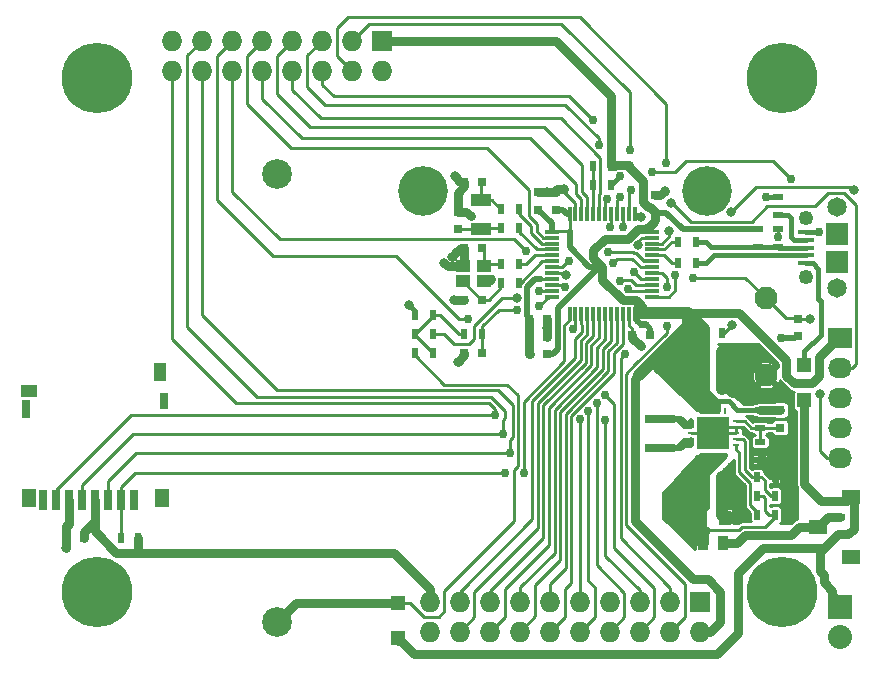
<source format=gtl>
G04 #@! TF.GenerationSoftware,KiCad,Pcbnew,(2017-01-24 revision 0b6147e)-makepkg*
G04 #@! TF.CreationDate,2018-07-27T21:37:04-07:00*
G04 #@! TF.ProjectId,SmartiePiNode,536D617274696550694E6F64652E6B69,1.a*
G04 #@! TF.FileFunction,Copper,L1,Top,Signal*
G04 #@! TF.FilePolarity,Positive*
%FSLAX46Y46*%
G04 Gerber Fmt 4.6, Leading zero omitted, Abs format (unit mm)*
G04 Created by KiCad (PCBNEW (2017-01-24 revision 0b6147e)-makepkg) date 07/27/18 21:37:04*
%MOMM*%
%LPD*%
G01*
G04 APERTURE LIST*
%ADD10C,0.100000*%
%ADD11R,1.348740X0.398780*%
%ADD12R,1.899920X1.899920*%
%ADD13C,1.650000*%
%ADD14C,1.250000*%
%ADD15R,0.500000X0.900000*%
%ADD16C,0.635000*%
%ADD17C,4.200000*%
%ADD18R,1.727200X1.727200*%
%ADD19O,1.727200X1.727200*%
%ADD20R,0.304800X1.193800*%
%ADD21R,1.193800X0.304800*%
%ADD22R,0.700000X1.750000*%
%ADD23R,1.300000X1.500000*%
%ADD24R,0.800000X1.500000*%
%ADD25R,0.800000X1.400000*%
%ADD26R,1.000000X1.550000*%
%ADD27R,1.400000X1.000000*%
%ADD28R,1.000000X1.250000*%
%ADD29R,0.800000X0.750000*%
%ADD30R,0.750000X0.800000*%
%ADD31R,2.032000X1.727200*%
%ADD32O,2.032000X1.727200*%
%ADD33R,1.220000X1.250000*%
%ADD34R,0.910000X1.270000*%
%ADD35R,2.500000X0.750000*%
%ADD36R,0.900000X0.500000*%
%ADD37C,1.950000*%
%ADD38R,1.150000X1.000000*%
%ADD39C,5.969000*%
%ADD40R,1.800000X1.000000*%
%ADD41R,0.711200X0.711200*%
%ADD42C,2.524000*%
%ADD43R,2.032000X2.032000*%
%ADD44O,2.032000X2.032000*%
%ADD45R,1.600000X1.200000*%
%ADD46R,0.600000X0.250000*%
%ADD47R,0.250000X0.600000*%
%ADD48R,2.700000X2.700000*%
%ADD49C,0.500000*%
%ADD50C,0.762000*%
%ADD51C,0.800000*%
%ADD52C,0.762000*%
%ADD53C,1.016000*%
%ADD54C,0.381000*%
%ADD55C,0.250000*%
%ADD56C,0.508000*%
%ADD57C,0.279400*%
%ADD58C,0.254000*%
G04 APERTURE END LIST*
D10*
D11*
X165930000Y-117097940D03*
X165930000Y-116447700D03*
X165930000Y-115800000D03*
X165930000Y-115152300D03*
X165930000Y-114502060D03*
D12*
X168604620Y-116998880D03*
X168604620Y-114601120D03*
D13*
X168600000Y-119230000D03*
X168600000Y-112370000D03*
D14*
X165930000Y-113302060D03*
X165930000Y-118302060D03*
D15*
X147950000Y-110500000D03*
X149450000Y-110500000D03*
X147950000Y-108900000D03*
X149450000Y-108900000D03*
D16*
X158713370Y-112127370D03*
D17*
X157582000Y-110996000D03*
D18*
X156972000Y-145796000D03*
D19*
X156972000Y-148336000D03*
X154432000Y-145796000D03*
X154432000Y-148336000D03*
X151892000Y-145796000D03*
X151892000Y-148336000D03*
X149352000Y-145796000D03*
X149352000Y-148336000D03*
X146812000Y-145796000D03*
X146812000Y-148336000D03*
X144272000Y-145796000D03*
X144272000Y-148336000D03*
X141732000Y-145796000D03*
X141732000Y-148336000D03*
X139192000Y-145796000D03*
X139192000Y-148336000D03*
X136652000Y-145796000D03*
X136652000Y-148336000D03*
X134112000Y-145796000D03*
X134112000Y-148336000D03*
D16*
X156450630Y-112127370D03*
X157582000Y-112596000D03*
X155982000Y-110996000D03*
X156450630Y-109864630D03*
X157582000Y-109396000D03*
X158713370Y-109864630D03*
X159182000Y-110996000D03*
X135112000Y-110996000D03*
X134643370Y-109864630D03*
D17*
X133512000Y-110996000D03*
D16*
X134643370Y-112127370D03*
X133512000Y-112596000D03*
X132380630Y-112127370D03*
X131912000Y-110996000D03*
X132380630Y-109864630D03*
X133512000Y-109396000D03*
D20*
X145950000Y-112950001D03*
X146449999Y-112950001D03*
X146950001Y-112950001D03*
X147450000Y-112950001D03*
X147949999Y-112950001D03*
X148450000Y-112950001D03*
X148950000Y-112950001D03*
X149450001Y-112950001D03*
X149950000Y-112950001D03*
X150449999Y-112950001D03*
X150950001Y-112950001D03*
X151450000Y-112950001D03*
D21*
X152949999Y-114450000D03*
X152949999Y-114949999D03*
X152949999Y-115450001D03*
X152949999Y-115950000D03*
X152949999Y-116449999D03*
X152949999Y-116950000D03*
X152949999Y-117450000D03*
X152949999Y-117950001D03*
X152949999Y-118450000D03*
X152949999Y-118949999D03*
X152949999Y-119450001D03*
X152949999Y-119950000D03*
D20*
X151450000Y-121449999D03*
X150950001Y-121449999D03*
X150449999Y-121449999D03*
X149950000Y-121449999D03*
X149450001Y-121449999D03*
X148950000Y-121449999D03*
X148450000Y-121449999D03*
X147949999Y-121449999D03*
X147450000Y-121449999D03*
X146950001Y-121449999D03*
X146449999Y-121449999D03*
X145950000Y-121449999D03*
D21*
X144450001Y-119950000D03*
X144450001Y-119450001D03*
X144450001Y-118949999D03*
X144450001Y-118450000D03*
X144450001Y-117950001D03*
X144450001Y-117450000D03*
X144450001Y-116950000D03*
X144450001Y-116449999D03*
X144450001Y-115950000D03*
X144450001Y-115450001D03*
X144450001Y-114949999D03*
X144450001Y-114450000D03*
D22*
X101353620Y-137152380D03*
X102453620Y-137152380D03*
X103553620Y-137152380D03*
X104653620Y-137152380D03*
X105753620Y-137152380D03*
X106853620Y-137152380D03*
X107953620Y-137152380D03*
X109053620Y-137152380D03*
D23*
X111403620Y-137027380D03*
X100153620Y-137027380D03*
D24*
X99903620Y-129427380D03*
D25*
X111653620Y-128777380D03*
D26*
X111303620Y-126352380D03*
D27*
X100203620Y-127927380D03*
D28*
X157100000Y-138700000D03*
X159100000Y-138700000D03*
D29*
X158850000Y-136800000D03*
X157350000Y-136800000D03*
X103350000Y-140400000D03*
X104850000Y-140400000D03*
X157350000Y-135200000D03*
X158850000Y-135200000D03*
D30*
X163800000Y-129550000D03*
X163800000Y-131050000D03*
D29*
X158850000Y-127800000D03*
X157350000Y-127800000D03*
X157350000Y-126200000D03*
X158850000Y-126200000D03*
X158850000Y-124600000D03*
X157350000Y-124600000D03*
D30*
X165300000Y-121800000D03*
X165300000Y-123300000D03*
D29*
X138550000Y-120200000D03*
X137050000Y-120200000D03*
X137050000Y-115800000D03*
X138550000Y-115800000D03*
X142550000Y-121800000D03*
X144050000Y-121800000D03*
X142550000Y-123400000D03*
X144050000Y-123400000D03*
X151250000Y-123200000D03*
X152750000Y-123200000D03*
D30*
X143260000Y-112600000D03*
X143260000Y-111100000D03*
X144780000Y-112600000D03*
X144780000Y-111100000D03*
X153200000Y-111350000D03*
X153200000Y-112850000D03*
D29*
X138550000Y-110200000D03*
X137050000Y-110200000D03*
D30*
X136500000Y-112750000D03*
X136500000Y-114250000D03*
D31*
X168840000Y-123470000D03*
D32*
X168840000Y-126010000D03*
X168840000Y-128550000D03*
X168840000Y-131090000D03*
X168840000Y-133630000D03*
D33*
X165840000Y-128710000D03*
X165840000Y-125760000D03*
X131420000Y-145900000D03*
X131420000Y-148850000D03*
D34*
X158930000Y-140800000D03*
X157260000Y-140800000D03*
D35*
X153590000Y-132720000D03*
X153590000Y-130270000D03*
D15*
X109450000Y-140400000D03*
X107950000Y-140400000D03*
X156650000Y-117100000D03*
X155150000Y-117100000D03*
X155150000Y-115300000D03*
X156650000Y-115300000D03*
X161850000Y-136800000D03*
X163350000Y-136800000D03*
X163350000Y-135200000D03*
X161850000Y-135200000D03*
D36*
X162100000Y-131050000D03*
X162100000Y-129550000D03*
X162100000Y-132250000D03*
X162100000Y-133750000D03*
D15*
X158850000Y-123000000D03*
X157350000Y-123000000D03*
X140150000Y-117200000D03*
X141650000Y-117200000D03*
X140150000Y-118800000D03*
X141650000Y-118800000D03*
X141650000Y-112500000D03*
X140150000Y-112500000D03*
X140150000Y-114100000D03*
X141650000Y-114100000D03*
D37*
X162600000Y-126600000D03*
X162600000Y-120100000D03*
D38*
X138670000Y-117350000D03*
X136920000Y-117350000D03*
X136920000Y-118650000D03*
X138670000Y-118650000D03*
D16*
X105900000Y-142564800D03*
X104238300Y-143253100D03*
X103550000Y-144914800D03*
X104238300Y-146576500D03*
X105900000Y-147264800D03*
X107561700Y-146576500D03*
X108250000Y-144914800D03*
X107561700Y-143253100D03*
D39*
X105900000Y-144914800D03*
X105900000Y-101430000D03*
D16*
X107561700Y-99768300D03*
X108250000Y-101430000D03*
X107561700Y-103091700D03*
X105900000Y-103780000D03*
X104238300Y-103091700D03*
X103550000Y-101430000D03*
X104238300Y-99768300D03*
X105900000Y-99080000D03*
X163913600Y-142564800D03*
X162251900Y-143253100D03*
X161563600Y-144914800D03*
X162251900Y-146576500D03*
X163913600Y-147264800D03*
X165575300Y-146576500D03*
X166263600Y-144914800D03*
X165575300Y-143253100D03*
D39*
X163913600Y-144914800D03*
X163927189Y-101430000D03*
D16*
X165588889Y-99768300D03*
X166277189Y-101430000D03*
X165588889Y-103091700D03*
X163927189Y-103780000D03*
X162265489Y-103091700D03*
X161577189Y-101430000D03*
X162265489Y-99768300D03*
X163927189Y-99080000D03*
D40*
X138410000Y-114250000D03*
X138410000Y-111750000D03*
D15*
X161850000Y-138400000D03*
X163350000Y-138400000D03*
D41*
X144011200Y-124800000D03*
X142588800Y-124800000D03*
D42*
X121180000Y-109560000D03*
X121170000Y-147520000D03*
D36*
X163600000Y-113050000D03*
X163600000Y-111550000D03*
X163600000Y-114250000D03*
X163600000Y-115750000D03*
D43*
X168840000Y-146250000D03*
D44*
X168840000Y-148790000D03*
D29*
X138550000Y-124700000D03*
X137050000Y-124700000D03*
D36*
X161900000Y-115750000D03*
X161900000Y-114250000D03*
D15*
X132850000Y-124700000D03*
X134350000Y-124700000D03*
X132850000Y-121500000D03*
X134350000Y-121500000D03*
X134350000Y-123100000D03*
X132850000Y-123100000D03*
X138550000Y-123100000D03*
X137050000Y-123100000D03*
D18*
X130100000Y-98260000D03*
D19*
X130100000Y-100800000D03*
X127560000Y-98260000D03*
X127560000Y-100800000D03*
X125020000Y-98260000D03*
X125020000Y-100800000D03*
X122480000Y-98260000D03*
X122480000Y-100800000D03*
X119940000Y-98260000D03*
X119940000Y-100800000D03*
X117400000Y-98260000D03*
X117400000Y-100800000D03*
X114860000Y-98260000D03*
X114860000Y-100800000D03*
X112320000Y-98260000D03*
X112320000Y-100800000D03*
D36*
X168840000Y-138580000D03*
X168840000Y-140080000D03*
D45*
X169760000Y-141950000D03*
X166960000Y-139450000D03*
X169760000Y-136950000D03*
D46*
X156200000Y-130500000D03*
X156200000Y-131000000D03*
X156200000Y-131500000D03*
X156200000Y-132000000D03*
X156200000Y-132500000D03*
X160000000Y-132500000D03*
X160000000Y-132000000D03*
X160000000Y-131500000D03*
X160000000Y-131000000D03*
X160000000Y-130500000D03*
D47*
X159100000Y-129600000D03*
X158600000Y-129600000D03*
X158100000Y-129600000D03*
X157600000Y-129600000D03*
X157100000Y-129600000D03*
X157100000Y-133400000D03*
X157600000Y-133400000D03*
X158100000Y-133400000D03*
X158600000Y-133400000D03*
X159100000Y-133400000D03*
D48*
X158100000Y-131500000D03*
D49*
X157290000Y-130690000D03*
X157830000Y-130690000D03*
X158370000Y-130690000D03*
X158910000Y-130690000D03*
X158910000Y-131230000D03*
X158910000Y-131770000D03*
X158910000Y-132310000D03*
X158370000Y-131230000D03*
X158370000Y-131770000D03*
X158370000Y-132310000D03*
X157830000Y-131230000D03*
X157830000Y-131770000D03*
X157830000Y-132310000D03*
X157290000Y-131230000D03*
X157290000Y-131770000D03*
X157290000Y-132310000D03*
D50*
X159610000Y-134410000D03*
X161000000Y-138640000D03*
X160530000Y-137330000D03*
X160530000Y-136280000D03*
D51*
X162950000Y-128100000D03*
X162090000Y-124900000D03*
X163680000Y-132180000D03*
X164550000Y-137580000D03*
X160850000Y-127980000D03*
X160850000Y-127090000D03*
X160850000Y-126200000D03*
X160850000Y-125290000D03*
X160850000Y-124370000D03*
X159800000Y-127090000D03*
X159800000Y-127990000D03*
X159800000Y-126199998D03*
X159800000Y-125290000D03*
X159790000Y-124370000D03*
D50*
X159740000Y-137710000D03*
X163880000Y-123460000D03*
D51*
X151753097Y-115549429D03*
X145485926Y-110864074D03*
X135960000Y-116560000D03*
X145681969Y-118118247D03*
X103330000Y-141250000D03*
X151970000Y-124130000D03*
X144050000Y-122570000D03*
X136470000Y-125470000D03*
X132350000Y-120650000D03*
X136170000Y-120190000D03*
D50*
X139300000Y-118460000D03*
D51*
X135340000Y-117070000D03*
X137570000Y-113110000D03*
X136230000Y-109760000D03*
X144020000Y-111100000D03*
X153990000Y-110990000D03*
D50*
X150200000Y-109740000D03*
X162550000Y-111520000D03*
X167030000Y-114500000D03*
D51*
X162650000Y-134000000D03*
X163680000Y-134420000D03*
X159750000Y-135790000D03*
X159740000Y-136800000D03*
X159990000Y-138720000D03*
X167150000Y-128200000D03*
X166340000Y-121860000D03*
D50*
X156370000Y-118370000D03*
X145940000Y-116940000D03*
D51*
X159700000Y-122310000D03*
X152040000Y-113220000D03*
X154500000Y-112000000D03*
X170010000Y-110950000D03*
X159600000Y-112800000D03*
X154400000Y-114400000D03*
D50*
X150659345Y-124779345D03*
X140870000Y-133210000D03*
X151400000Y-117890000D03*
X154190000Y-122460000D03*
X154200000Y-119110000D03*
X140340000Y-131560000D03*
X148980000Y-130420000D03*
X150893711Y-119279225D03*
X139640000Y-129960000D03*
X148970000Y-128310000D03*
X150210000Y-118580000D03*
X148260000Y-128970000D03*
X154910000Y-118150000D03*
X146840000Y-130320000D03*
X149240577Y-116196384D03*
X147550000Y-129620000D03*
X149610311Y-117084507D03*
X142070000Y-134840000D03*
X140470000Y-134840000D03*
X141520000Y-121050000D03*
X143400000Y-120740000D03*
X152890000Y-109360000D03*
X151190000Y-110950000D03*
X164690000Y-109950000D03*
X163620000Y-114900000D03*
D51*
X141500000Y-120060000D03*
D50*
X143360000Y-119490000D03*
X151060000Y-107560000D03*
X150220000Y-111530000D03*
X154120000Y-108630000D03*
X150466841Y-114024562D03*
X148440000Y-107090000D03*
X149124721Y-111650000D03*
X147900000Y-104970000D03*
X149364486Y-114065431D03*
X137310000Y-121860000D03*
X146220000Y-122690000D03*
X142260000Y-116100000D03*
X145591462Y-119095075D03*
D52*
X158850000Y-135200000D02*
X158850000Y-135170000D01*
X158850000Y-135170000D02*
X159610000Y-134410000D01*
X159990000Y-138720000D02*
X160920000Y-138720000D01*
X160920000Y-138720000D02*
X161000000Y-138640000D01*
X159740000Y-136800000D02*
X160000000Y-136800000D01*
X160000000Y-136800000D02*
X160530000Y-137330000D01*
X160530000Y-136280000D02*
X160260000Y-136280000D01*
X160260000Y-136280000D02*
X159740000Y-136800000D01*
X159750000Y-135790000D02*
X160040000Y-135790000D01*
X160040000Y-135790000D02*
X160530000Y-136280000D01*
X160850000Y-127980000D02*
X162830000Y-127980000D01*
X162830000Y-127980000D02*
X162950000Y-128100000D01*
X160850000Y-125290000D02*
X161700000Y-125290000D01*
X161700000Y-125290000D02*
X162090000Y-124900000D01*
X163680000Y-134420000D02*
X163680000Y-132180000D01*
X163680000Y-134420000D02*
X164550000Y-135290000D01*
X164550000Y-135290000D02*
X164550000Y-137580000D01*
X159800000Y-127990000D02*
X160840000Y-127990000D01*
X160840000Y-127990000D02*
X160850000Y-127980000D01*
X159800000Y-127090000D02*
X160850000Y-127090000D01*
X159800000Y-126199998D02*
X160849998Y-126199998D01*
X160849998Y-126199998D02*
X160850000Y-126200000D01*
X159800000Y-125290000D02*
X160850000Y-125290000D01*
X159790000Y-124370000D02*
X160850000Y-124370000D01*
X159800000Y-127990000D02*
X159800000Y-127090000D01*
D53*
X159400001Y-127590001D02*
X159800000Y-127990000D01*
X159059999Y-127590001D02*
X159400001Y-127590001D01*
X158850000Y-127800000D02*
X159059999Y-127590001D01*
X159234315Y-126199998D02*
X159800000Y-126199998D01*
X158850002Y-126199998D02*
X159234315Y-126199998D01*
X158850000Y-126200000D02*
X158850002Y-126199998D01*
D54*
X159790000Y-125280000D02*
X159800000Y-125290000D01*
X159790000Y-124370000D02*
X159790000Y-125280000D01*
D53*
X159080000Y-124370000D02*
X159224315Y-124370000D01*
X158850000Y-124600000D02*
X159080000Y-124370000D01*
X159224315Y-124370000D02*
X159790000Y-124370000D01*
D55*
X159740000Y-136800000D02*
X159740000Y-137710000D01*
D56*
X164418815Y-123460000D02*
X163880000Y-123460000D01*
X165070000Y-123460000D02*
X164418815Y-123460000D01*
X165220000Y-123310000D02*
X165070000Y-123460000D01*
D57*
X151753097Y-115270601D02*
X151753097Y-115549429D01*
X152949999Y-114949999D02*
X152073699Y-114949999D01*
X152073699Y-114949999D02*
X151753097Y-115270601D01*
D52*
X144920241Y-110864074D02*
X145485926Y-110864074D01*
X144780000Y-111100000D02*
X144780000Y-111004315D01*
X144780000Y-111004315D02*
X144920241Y-110864074D01*
X136359999Y-116160001D02*
X135960000Y-116560000D01*
X136720000Y-115800000D02*
X136359999Y-116160001D01*
X137050000Y-115800000D02*
X136720000Y-115800000D01*
D57*
X144450001Y-117950001D02*
X145513723Y-117950001D01*
X145513723Y-117950001D02*
X145681969Y-118118247D01*
D52*
X103553620Y-139176380D02*
X103350000Y-139380000D01*
X103350000Y-139380000D02*
X103350000Y-140400000D01*
X103553620Y-137152380D02*
X103553620Y-139176380D01*
X103350000Y-140400000D02*
X103350000Y-141230000D01*
X103350000Y-141230000D02*
X103330000Y-141250000D01*
X151250000Y-123200000D02*
X151250000Y-123410000D01*
X151250000Y-123410000D02*
X151970000Y-124130000D01*
X144050000Y-122570000D02*
X144050000Y-123400000D01*
X144050000Y-121800000D02*
X144050000Y-122570000D01*
X137050000Y-124700000D02*
X137050000Y-124890000D01*
X137050000Y-124890000D02*
X136470000Y-125470000D01*
D54*
X132850000Y-121500000D02*
X132850000Y-121150000D01*
X132850000Y-121150000D02*
X132350000Y-120650000D01*
D52*
X137050000Y-120200000D02*
X136180000Y-120200000D01*
X136180000Y-120200000D02*
X136170000Y-120190000D01*
D58*
X136920000Y-117350000D02*
X137237001Y-117350000D01*
D57*
X136920000Y-117350000D02*
X137225299Y-117350000D01*
D52*
X138670000Y-118650000D02*
X139110000Y-118650000D01*
X139110000Y-118650000D02*
X139300000Y-118460000D01*
X136920000Y-117350000D02*
X135620000Y-117350000D01*
X135620000Y-117350000D02*
X135340000Y-117070000D01*
X137050000Y-115800000D02*
X137050000Y-117220000D01*
X137050000Y-117220000D02*
X136920000Y-117350000D01*
X137050000Y-110590000D02*
X136500000Y-111140000D01*
X136500000Y-111140000D02*
X136500000Y-112750000D01*
X137050000Y-110200000D02*
X137050000Y-110590000D01*
X136500000Y-112750000D02*
X137210000Y-112750000D01*
X137210000Y-112750000D02*
X137570000Y-113110000D01*
X137050000Y-110200000D02*
X136670000Y-110200000D01*
X136670000Y-110200000D02*
X136230000Y-109760000D01*
X144020000Y-111100000D02*
X143260000Y-111100000D01*
X144780000Y-111100000D02*
X144020000Y-111100000D01*
X153200000Y-111350000D02*
X153630000Y-111350000D01*
X153630000Y-111350000D02*
X153990000Y-110990000D01*
D54*
X149450000Y-110500000D02*
X149450000Y-110490000D01*
X149450000Y-110490000D02*
X150200000Y-109740000D01*
X163600000Y-111550000D02*
X162580000Y-111550000D01*
X162580000Y-111550000D02*
X162550000Y-111520000D01*
X165930000Y-114502060D02*
X167027940Y-114502060D01*
X167027940Y-114502060D02*
X167030000Y-114500000D01*
D52*
X162100000Y-133750000D02*
X162400000Y-133750000D01*
X162400000Y-133750000D02*
X162650000Y-134000000D01*
X163350000Y-135200000D02*
X163350000Y-134750000D01*
X163350000Y-134750000D02*
X163680000Y-134420000D01*
D53*
X158850000Y-135200000D02*
X159160000Y-135200000D01*
X159160000Y-135200000D02*
X159750000Y-135790000D01*
X158850000Y-136800000D02*
X159740000Y-136800000D01*
X159100000Y-138700000D02*
X159970000Y-138700000D01*
X159970000Y-138700000D02*
X159990000Y-138720000D01*
D58*
X151250000Y-122650000D02*
X151250000Y-123200000D01*
X150950001Y-122350001D02*
X151250000Y-122650000D01*
X150950001Y-121449999D02*
X150950001Y-122350001D01*
X161300000Y-133600000D02*
X161450000Y-133750000D01*
X161450000Y-133750000D02*
X162100000Y-133750000D01*
X161300000Y-131800000D02*
X161300000Y-133600000D01*
X160500000Y-131000000D02*
X161300000Y-131800000D01*
X160000000Y-131000000D02*
X160500000Y-131000000D01*
X146449999Y-112049999D02*
X145500000Y-111100000D01*
X145500000Y-111100000D02*
X144780000Y-111100000D01*
X146449999Y-112950001D02*
X146449999Y-112049999D01*
D53*
X158850000Y-136800000D02*
X158850000Y-138450000D01*
X158850000Y-138450000D02*
X159100000Y-138700000D01*
X158850000Y-135200000D02*
X158850000Y-136800000D01*
X158850000Y-126200000D02*
X158850000Y-124600000D01*
X158850000Y-127800000D02*
X158850000Y-126200000D01*
D58*
X160000000Y-131500000D02*
X160000000Y-131000000D01*
X160000000Y-131000000D02*
X159140000Y-131000000D01*
X159140000Y-131000000D02*
X158910000Y-131230000D01*
X160000000Y-131500000D02*
X158100000Y-131500000D01*
X156200000Y-131500000D02*
X158100000Y-131500000D01*
X141260000Y-138975990D02*
X141260000Y-134642158D01*
X132850000Y-124900000D02*
X132850000Y-124700000D01*
X141590000Y-128300000D02*
X140680000Y-127390000D01*
X141590000Y-134312158D02*
X141590000Y-128300000D01*
X141260000Y-134642158D02*
X141590000Y-134312158D01*
X140680000Y-127390000D02*
X135340000Y-127390000D01*
X135350000Y-144885990D02*
X141260000Y-138975990D01*
X135340000Y-127390000D02*
X132850000Y-124900000D01*
X131420000Y-145900000D02*
X132420000Y-145900000D01*
X135350000Y-146600000D02*
X135350000Y-144885990D01*
X134880000Y-147070000D02*
X135350000Y-146600000D01*
X133590000Y-147070000D02*
X134880000Y-147070000D01*
X132420000Y-145900000D02*
X133590000Y-147070000D01*
D52*
X131420000Y-145900000D02*
X122790000Y-145900000D01*
D58*
X132840000Y-124710000D02*
X132850000Y-124700000D01*
D52*
X122790000Y-145900000D02*
X121170000Y-147520000D01*
D58*
X157458011Y-139661989D02*
X160283733Y-139661989D01*
X163350000Y-138600000D02*
X163350000Y-138400000D01*
X160283733Y-139661989D02*
X160517711Y-139428011D01*
X157260000Y-139860000D02*
X157458011Y-139661989D01*
X162521989Y-139428011D02*
X163350000Y-138600000D01*
X160517711Y-139428011D02*
X162521989Y-139428011D01*
X162500000Y-137000000D02*
X162300000Y-136800000D01*
X162300000Y-136800000D02*
X161850000Y-136800000D01*
X162500000Y-138100000D02*
X162500000Y-137000000D01*
X162800000Y-138400000D02*
X162500000Y-138100000D01*
X163350000Y-138400000D02*
X162800000Y-138400000D01*
D53*
X157350000Y-136800000D02*
X157350000Y-135800000D01*
X157350000Y-135800000D02*
X157350000Y-135200000D01*
D56*
X157100000Y-133400000D02*
X157100000Y-135550000D01*
X157100000Y-135550000D02*
X157350000Y-135800000D01*
X157100000Y-133400000D02*
X157100000Y-134950000D01*
X157100000Y-134950000D02*
X157350000Y-135200000D01*
X157100000Y-133400000D02*
X159100000Y-133400000D01*
X159100000Y-133400000D02*
X159100000Y-133450000D01*
X159100000Y-133450000D02*
X157350000Y-135200000D01*
X158600000Y-133400000D02*
X158600000Y-133950000D01*
X158600000Y-133950000D02*
X157350000Y-135200000D01*
X158100000Y-133400000D02*
X158100000Y-134450000D01*
X158100000Y-134450000D02*
X157350000Y-135200000D01*
X157600000Y-133400000D02*
X157600000Y-134950000D01*
X157600000Y-134950000D02*
X157350000Y-135200000D01*
D53*
X157100000Y-137900000D02*
X157350000Y-137650000D01*
X157350000Y-137650000D02*
X157350000Y-136800000D01*
X157100000Y-138700000D02*
X157100000Y-137900000D01*
X157260000Y-139860000D02*
X157100000Y-139700000D01*
X157100000Y-139700000D02*
X157100000Y-138700000D01*
X157260000Y-140800000D02*
X157260000Y-139860000D01*
D55*
X157030000Y-140830000D02*
X157030000Y-140460000D01*
D54*
X159409314Y-128800000D02*
X158100000Y-128800000D01*
X162100000Y-129550000D02*
X160159314Y-129550000D01*
X160159314Y-129550000D02*
X159409314Y-128800000D01*
D52*
X168687600Y-123470000D02*
X168840000Y-123470000D01*
X166450000Y-127294802D02*
X167062000Y-126682802D01*
X164974802Y-127294802D02*
X166450000Y-127294802D01*
X167062000Y-126682802D02*
X167062000Y-125095600D01*
X164310000Y-125350000D02*
X164310000Y-126630000D01*
X167062000Y-125095600D02*
X168687600Y-123470000D01*
X156000000Y-121300000D02*
X160260000Y-121300000D01*
X164310000Y-126630000D02*
X164974802Y-127294802D01*
X160260000Y-121300000D02*
X164310000Y-125350000D01*
X156972000Y-148336000D02*
X157864000Y-148336000D01*
X157864000Y-148336000D02*
X158700000Y-147500000D01*
X158700000Y-147500000D02*
X158700000Y-144920000D01*
X158700000Y-144920000D02*
X157660000Y-143880000D01*
X157660000Y-143880000D02*
X156380000Y-143880000D01*
X156380000Y-143880000D02*
X151470000Y-138970000D01*
X151470000Y-138970000D02*
X151470000Y-126930000D01*
X151470000Y-126930000D02*
X151800000Y-126600000D01*
X147970000Y-115977967D02*
X148920534Y-115027433D01*
X151705167Y-114210000D02*
X152460000Y-114210000D01*
X152460000Y-114210000D02*
X152990000Y-113680000D01*
X150887734Y-115027433D02*
X151705167Y-114210000D01*
X147970000Y-116670000D02*
X147970000Y-115977967D01*
X148700000Y-117400000D02*
X147970000Y-116670000D01*
X148920534Y-115027433D02*
X150887734Y-115027433D01*
D56*
X148700000Y-117400000D02*
X148480000Y-117400000D01*
X148480000Y-117400000D02*
X144930987Y-120949013D01*
X144930987Y-120949013D02*
X144930987Y-124389013D01*
X144930987Y-124389013D02*
X144520000Y-124800000D01*
X144520000Y-124800000D02*
X144011200Y-124800000D01*
D52*
X149450000Y-108900000D02*
X149450000Y-102930000D01*
X149450000Y-102930000D02*
X144780000Y-98260000D01*
X144780000Y-98260000D02*
X130100000Y-98260000D01*
X152990000Y-113680000D02*
X153200000Y-113470000D01*
D58*
X152949999Y-114450000D02*
X152949999Y-113720001D01*
X152949999Y-113720001D02*
X152990000Y-113680000D01*
D52*
X152160000Y-110140000D02*
X150950000Y-108930000D01*
X150950000Y-108930000D02*
X150950000Y-108760000D01*
X152160000Y-111950000D02*
X152160000Y-110140000D01*
X152550000Y-112340000D02*
X152160000Y-111950000D01*
X152740000Y-112340000D02*
X152550000Y-112340000D01*
X153200000Y-112800000D02*
X152740000Y-112340000D01*
X153200000Y-112850000D02*
X153200000Y-112800000D01*
X149840000Y-108760000D02*
X150950000Y-108760000D01*
X149700000Y-108900000D02*
X149840000Y-108760000D01*
X149450000Y-108900000D02*
X149700000Y-108900000D01*
X153200000Y-112850000D02*
X153200000Y-112780000D01*
X153200000Y-113470000D02*
X153200000Y-112850000D01*
X148700000Y-118509276D02*
X148700000Y-117400000D01*
X151541226Y-120241226D02*
X150431950Y-120241226D01*
X151900000Y-120600000D02*
X151541226Y-120241226D01*
X150431950Y-120241226D02*
X148700000Y-118509276D01*
D56*
X148700000Y-117400000D02*
X147630000Y-117400000D01*
X147630000Y-117400000D02*
X146000000Y-115770000D01*
X146000000Y-115770000D02*
X146000000Y-114400000D01*
D52*
X131060000Y-141650000D02*
X109580000Y-141650000D01*
X109580000Y-141650000D02*
X107580000Y-141650000D01*
X109450000Y-140400000D02*
X109450000Y-141520000D01*
X109450000Y-141520000D02*
X109580000Y-141650000D01*
X107580000Y-141650000D02*
X105753620Y-139823620D01*
X105753620Y-139823620D02*
X105753620Y-138946380D01*
X134112000Y-144702000D02*
X131060000Y-141650000D01*
X134112000Y-145796000D02*
X134112000Y-144702000D01*
D56*
X161900000Y-114250000D02*
X155550000Y-114250000D01*
X155550000Y-114250000D02*
X154150000Y-112850000D01*
X154150000Y-112850000D02*
X153200000Y-112850000D01*
D53*
X156000000Y-121300000D02*
X156000000Y-122400000D01*
X156000000Y-122400000D02*
X151800000Y-126600000D01*
D52*
X105753620Y-138946380D02*
X104850000Y-139850000D01*
X104850000Y-139850000D02*
X104850000Y-140400000D01*
X105753620Y-137152380D02*
X105753620Y-138946380D01*
X152200000Y-120900000D02*
X151900000Y-120600000D01*
D56*
X151900000Y-120600000D02*
X151600000Y-120900000D01*
X152750000Y-122650000D02*
X152750000Y-123200000D01*
X152000000Y-122300000D02*
X152400000Y-122300000D01*
X152400000Y-122300000D02*
X152750000Y-122650000D01*
X151700000Y-122000000D02*
X152000000Y-122300000D01*
X151700000Y-121700000D02*
X151700000Y-122000000D01*
X151800000Y-121600000D02*
X151700000Y-121700000D01*
X151800000Y-121300000D02*
X151800000Y-121600000D01*
X151800000Y-121300000D02*
X151700000Y-121200000D01*
X152200000Y-121300000D02*
X151800000Y-121300000D01*
X143260000Y-112600000D02*
X143300000Y-112600000D01*
X143300000Y-112600000D02*
X144450001Y-113750001D01*
X144450001Y-113750001D02*
X144450001Y-114200000D01*
D58*
X144450001Y-114450000D02*
X144450001Y-114200000D01*
D56*
X144780000Y-112600000D02*
X145400000Y-112600000D01*
X145400000Y-112600000D02*
X145750001Y-112950001D01*
X156972000Y-148336000D02*
X156836000Y-148336000D01*
X156972000Y-148336000D02*
X157364000Y-148336000D01*
X158100000Y-129600000D02*
X158100000Y-128800000D01*
X158100000Y-128800000D02*
X158100000Y-128550000D01*
D52*
X163800000Y-129550000D02*
X162100000Y-129550000D01*
D58*
X152500000Y-122400000D02*
X152750000Y-122650000D01*
X151900000Y-122400000D02*
X152500000Y-122400000D01*
X151450000Y-121950000D02*
X151900000Y-122400000D01*
X151450000Y-121449999D02*
X151450000Y-121950000D01*
X152200000Y-121300000D02*
X151599999Y-121300000D01*
X151599999Y-121300000D02*
X151450000Y-121449999D01*
X145950000Y-112950001D02*
X145750001Y-112950001D01*
X145950000Y-112950001D02*
X145950000Y-114350000D01*
X145950000Y-114350000D02*
X146000000Y-114400000D01*
X146000000Y-114400000D02*
X144500001Y-114400000D01*
X144500001Y-114400000D02*
X144450001Y-114450000D01*
D52*
X152200000Y-121300000D02*
X152200000Y-120900000D01*
D53*
X152800000Y-121300000D02*
X152200000Y-121300000D01*
X156000000Y-121300000D02*
X152800000Y-121300000D01*
X157350000Y-122650000D02*
X156000000Y-121300000D01*
X157350000Y-123000000D02*
X157350000Y-122650000D01*
D56*
X157400000Y-127800000D02*
X158520999Y-128920999D01*
X158520999Y-128920999D02*
X158520999Y-129600000D01*
X157350000Y-127800000D02*
X157400000Y-127800000D01*
X158100000Y-128550000D02*
X157350000Y-127800000D01*
X157100000Y-129600000D02*
X157100000Y-128200000D01*
X157100000Y-128200000D02*
X157100000Y-127050000D01*
X157600000Y-129600000D02*
X157600000Y-128700000D01*
X157600000Y-128700000D02*
X157100000Y-128200000D01*
D53*
X157350000Y-127800000D02*
X157350000Y-126800000D01*
X157350000Y-126800000D02*
X157350000Y-126200000D01*
D56*
X157100000Y-127050000D02*
X157350000Y-126800000D01*
X158100000Y-129600000D02*
X158500000Y-129600000D01*
X157600000Y-129600000D02*
X158100000Y-129600000D01*
X157100000Y-129600000D02*
X157600000Y-129600000D01*
D53*
X157350000Y-124600000D02*
X157350000Y-123000000D01*
X157350000Y-126200000D02*
X157350000Y-124600000D01*
D58*
X162100000Y-131050000D02*
X161350000Y-131050000D01*
X161350000Y-131050000D02*
X160800000Y-130500000D01*
X160800000Y-130500000D02*
X160000000Y-130500000D01*
X162100000Y-131050000D02*
X163800000Y-131050000D01*
X162100000Y-132250000D02*
X162100000Y-131050000D01*
X167150000Y-128200000D02*
X167150000Y-133050000D01*
X167150000Y-133050000D02*
X167730000Y-133630000D01*
X167730000Y-133630000D02*
X168840000Y-133630000D01*
X165300000Y-121800000D02*
X166280000Y-121800000D01*
X166280000Y-121800000D02*
X166340000Y-121860000D01*
X162600000Y-120100000D02*
X164250000Y-121750000D01*
X164250000Y-121750000D02*
X165574315Y-121750000D01*
X144450001Y-117450000D02*
X145300901Y-117450000D01*
X145300901Y-117450000D02*
X145810901Y-116940000D01*
X145810901Y-116940000D02*
X145940000Y-116940000D01*
X156370000Y-118370000D02*
X156400000Y-118340000D01*
X156400000Y-118340000D02*
X160840000Y-118340000D01*
X160840000Y-118340000D02*
X162600000Y-120100000D01*
X158850000Y-123000000D02*
X159010000Y-123000000D01*
X159010000Y-123000000D02*
X159700000Y-122310000D01*
D57*
X138550000Y-120200000D02*
X138470000Y-120200000D01*
X138470000Y-120200000D02*
X136920000Y-118650000D01*
X140150000Y-119150000D02*
X139100000Y-120200000D01*
X139100000Y-120200000D02*
X138550000Y-120200000D01*
X140150000Y-118800000D02*
X140150000Y-119150000D01*
X138670000Y-117350000D02*
X138670000Y-115920000D01*
X138670000Y-115920000D02*
X138550000Y-115800000D01*
X140150000Y-117200000D02*
X138820000Y-117200000D01*
X138820000Y-117200000D02*
X138670000Y-117350000D01*
D56*
X142550000Y-121800000D02*
X142360000Y-121610000D01*
X142360000Y-121610000D02*
X142360000Y-119090000D01*
X142360000Y-119090000D02*
X143000000Y-118450000D01*
X143000000Y-118450000D02*
X143550000Y-118450000D01*
D52*
X142550000Y-123400000D02*
X142550000Y-124761200D01*
X142550000Y-124761200D02*
X142588800Y-124800000D01*
X142550000Y-121800000D02*
X142550000Y-123400000D01*
D57*
X144450001Y-118450000D02*
X143550000Y-118450000D01*
X138410000Y-111750000D02*
X138410000Y-110340000D01*
X138410000Y-110340000D02*
X138550000Y-110200000D01*
X140100000Y-112500000D02*
X139350000Y-111750000D01*
X139350000Y-111750000D02*
X138410000Y-111750000D01*
X140150000Y-112500000D02*
X140100000Y-112500000D01*
X138410000Y-114250000D02*
X136500000Y-114250000D01*
X140150000Y-114100000D02*
X138560000Y-114100000D01*
X138560000Y-114100000D02*
X138410000Y-114250000D01*
D54*
X167200000Y-123170000D02*
X165840000Y-124530000D01*
X165930000Y-117097940D02*
X166527940Y-117097940D01*
X166527940Y-117097940D02*
X167020000Y-117590000D01*
X167020000Y-117590000D02*
X167020000Y-120150000D01*
X167200000Y-120330000D02*
X167200000Y-123170000D01*
X167020000Y-120150000D02*
X167200000Y-120330000D01*
X165840000Y-124530000D02*
X165840000Y-125760000D01*
X158152300Y-116447700D02*
X157500000Y-117100000D01*
X157500000Y-117100000D02*
X156650000Y-117100000D01*
X165930000Y-116447700D02*
X158152300Y-116447700D01*
X157950000Y-115750000D02*
X157500000Y-115300000D01*
X157500000Y-115300000D02*
X156650000Y-115300000D01*
X161900000Y-115750000D02*
X157950000Y-115750000D01*
X163600000Y-115750000D02*
X161900000Y-115750000D01*
X165930000Y-115800000D02*
X163650000Y-115800000D01*
X163650000Y-115800000D02*
X163600000Y-115750000D01*
X164700000Y-113300000D02*
X164450000Y-113050000D01*
X164450000Y-113050000D02*
X163600000Y-113050000D01*
X164700000Y-114900000D02*
X164700000Y-113300000D01*
X164952300Y-115152300D02*
X164700000Y-114900000D01*
X165930000Y-115152300D02*
X164952300Y-115152300D01*
D58*
X154500000Y-112000000D02*
X154600000Y-112000000D01*
X156200000Y-113600000D02*
X161400000Y-113600000D01*
X154600000Y-112000000D02*
X156200000Y-113600000D01*
X161400000Y-113600000D02*
X162700000Y-112300000D01*
X170200000Y-125650000D02*
X169840000Y-126010000D01*
X162700000Y-112300000D02*
X166700000Y-112300000D01*
X169840000Y-126010000D02*
X168840000Y-126010000D01*
X166700000Y-112300000D02*
X167800000Y-111200000D01*
X167800000Y-111200000D02*
X169200000Y-111200000D01*
X169200000Y-111200000D02*
X170200000Y-112200000D01*
X170200000Y-112200000D02*
X170200000Y-125650000D01*
X152040000Y-113220000D02*
X151770001Y-112950001D01*
X151770001Y-112950001D02*
X151450000Y-112950001D01*
X170010000Y-110950000D02*
X169760000Y-110700000D01*
X169760000Y-110700000D02*
X161700000Y-110700000D01*
X161700000Y-110700000D02*
X159600000Y-112800000D01*
X153749999Y-115450001D02*
X154400000Y-114800000D01*
X154400000Y-114800000D02*
X154400000Y-114400000D01*
X152949999Y-115450001D02*
X153749999Y-115450001D01*
X140870000Y-133210000D02*
X140870000Y-132070000D01*
X140870000Y-132070000D02*
X141120000Y-131820000D01*
X141120000Y-131820000D02*
X141120000Y-129080000D01*
X141120000Y-129080000D02*
X139930000Y-127890000D01*
X139930000Y-127890000D02*
X121220000Y-127890000D01*
X121220000Y-127890000D02*
X114860000Y-121530000D01*
X114860000Y-121530000D02*
X114860000Y-100800000D01*
X140870000Y-133210000D02*
X109210000Y-133210000D01*
X109210000Y-133210000D02*
X106853620Y-135566380D01*
X106853620Y-135566380D02*
X106853620Y-137152380D01*
X154432000Y-145796000D02*
X154432000Y-144574686D01*
X150278346Y-125160344D02*
X150659345Y-124779345D01*
X150278346Y-140421032D02*
X150278346Y-125160344D01*
X154432000Y-144574686D02*
X150278346Y-140421032D01*
X152949999Y-118450000D02*
X151960000Y-118450000D01*
X151960000Y-118450000D02*
X151400000Y-117890000D01*
X155700000Y-144260000D02*
X155700000Y-147068000D01*
X155700000Y-147068000D02*
X154432000Y-148336000D01*
X150740000Y-139300000D02*
X155700000Y-144260000D01*
X150740000Y-126460000D02*
X150740000Y-139300000D01*
X151510000Y-125690000D02*
X150740000Y-126460000D01*
X151510000Y-125680000D02*
X151510000Y-125690000D01*
X154190000Y-123000000D02*
X151510000Y-125680000D01*
X154190000Y-122460000D02*
X154190000Y-123000000D01*
X153810001Y-117950001D02*
X154200000Y-118340000D01*
X154200000Y-118340000D02*
X154200000Y-119110000D01*
X153770001Y-117950001D02*
X153810001Y-117950001D01*
X152949999Y-117950001D02*
X153770001Y-117950001D01*
X140340000Y-131560000D02*
X140340000Y-130350000D01*
X140340000Y-130350000D02*
X140510000Y-130180000D01*
X113600000Y-99520000D02*
X114860000Y-98260000D01*
X140510000Y-130180000D02*
X140510000Y-129590000D01*
X140510000Y-129590000D02*
X139340000Y-128420000D01*
X139340000Y-128420000D02*
X119470000Y-128420000D01*
X119470000Y-128420000D02*
X113600000Y-122550000D01*
X113600000Y-122550000D02*
X113600000Y-99520000D01*
X140340000Y-131560000D02*
X108990000Y-131560000D01*
X108990000Y-131560000D02*
X104653620Y-135896380D01*
X104653620Y-135896380D02*
X104653620Y-137152380D01*
X148980000Y-130420000D02*
X148980000Y-141880000D01*
X148980000Y-141880000D02*
X151892000Y-144792000D01*
X151892000Y-144792000D02*
X151892000Y-145796000D01*
X151064487Y-119450001D02*
X150893711Y-119279225D01*
X152949999Y-119450001D02*
X151064487Y-119450001D01*
X139640000Y-129960000D02*
X139640000Y-129440000D01*
X117730000Y-128920000D02*
X112320000Y-123510000D01*
X139640000Y-129440000D02*
X139120000Y-128920000D01*
X139120000Y-128920000D02*
X117730000Y-128920000D01*
X112320000Y-123510000D02*
X112320000Y-100800000D01*
X139640000Y-129960000D02*
X139630000Y-129950000D01*
X139630000Y-129950000D02*
X108830000Y-129950000D01*
X108830000Y-129950000D02*
X102453620Y-136326380D01*
X102453620Y-136326380D02*
X102453620Y-137152380D01*
X148970000Y-128310000D02*
X149690000Y-129030000D01*
X149690000Y-129030000D02*
X149690000Y-141190000D01*
X149690000Y-141190000D02*
X153120000Y-144620000D01*
X153120000Y-144620000D02*
X153120000Y-147108000D01*
X153120000Y-147108000D02*
X151892000Y-148336000D01*
X152949999Y-118949999D02*
X151569999Y-118949999D01*
X151569999Y-118949999D02*
X151190000Y-118570000D01*
X151190000Y-118570000D02*
X150220000Y-118570000D01*
X150220000Y-118570000D02*
X150210000Y-118580000D01*
X148260000Y-128970000D02*
X148260000Y-142660000D01*
X148260000Y-142660000D02*
X150600000Y-145000000D01*
X150600000Y-145000000D02*
X150600000Y-147088000D01*
X150600000Y-147088000D02*
X149352000Y-148336000D01*
X154380000Y-119950000D02*
X152949999Y-119950000D01*
X154910000Y-119420000D02*
X154380000Y-119950000D01*
X154910000Y-118150000D02*
X154910000Y-119420000D01*
X149779392Y-116196384D02*
X149240577Y-116196384D01*
X151324088Y-116196384D02*
X149779392Y-116196384D01*
X151404135Y-116276431D02*
X151324088Y-116196384D01*
X151556431Y-116276431D02*
X151404135Y-116276431D01*
X152230000Y-116950000D02*
X151556431Y-116276431D01*
X152949999Y-116950000D02*
X152230000Y-116950000D01*
X146840000Y-130320000D02*
X146830000Y-130330000D01*
X146830000Y-130330000D02*
X146830000Y-145778000D01*
X146830000Y-145778000D02*
X146812000Y-145796000D01*
X147550000Y-129620000D02*
X147550000Y-144020000D01*
X147550000Y-144020000D02*
X148080000Y-144550000D01*
X148080000Y-144550000D02*
X148080000Y-147068000D01*
X148080000Y-147068000D02*
X146812000Y-148336000D01*
X152949999Y-117450000D02*
X151980000Y-117450000D01*
X151980000Y-117450000D02*
X151250000Y-116720000D01*
X151250000Y-116720000D02*
X149974818Y-116720000D01*
X149974818Y-116720000D02*
X149610311Y-117084507D01*
X144272000Y-144574686D02*
X144272000Y-145796000D01*
X149950000Y-121449999D02*
X149950000Y-123845344D01*
X149230000Y-124565344D02*
X149230000Y-126270000D01*
X145620000Y-142890000D02*
X144272000Y-144238000D01*
X145620000Y-129880000D02*
X145620000Y-142890000D01*
X149950000Y-123845344D02*
X149230000Y-124565344D01*
X149230000Y-126270000D02*
X145620000Y-129880000D01*
X144272000Y-144238000D02*
X144272000Y-144574686D01*
X145570000Y-144740000D02*
X146100000Y-144210000D01*
X149720000Y-126430000D02*
X149720000Y-124717412D01*
X144272000Y-148336000D02*
X145570000Y-147038000D01*
X146100000Y-130050000D02*
X149720000Y-126430000D01*
X150449999Y-122300899D02*
X150449999Y-121449999D01*
X149720000Y-124717412D02*
X150449999Y-123987413D01*
X145570000Y-147038000D02*
X145570000Y-144740000D01*
X146100000Y-144210000D02*
X146100000Y-130050000D01*
X150449999Y-123987413D02*
X150449999Y-122300899D01*
X144680000Y-141610000D02*
X141732000Y-144558000D01*
X144680000Y-129520000D02*
X144680000Y-141610000D01*
X141732000Y-144558000D02*
X141732000Y-144574686D01*
X148260000Y-125940000D02*
X144680000Y-129520000D01*
X148260000Y-124251208D02*
X148260000Y-125940000D01*
X148950000Y-123561208D02*
X148260000Y-124251208D01*
X148950000Y-121449999D02*
X148950000Y-123561208D01*
X141732000Y-144574686D02*
X141732000Y-145796000D01*
X141732000Y-148336000D02*
X143050000Y-147018000D01*
X143050000Y-147018000D02*
X143050000Y-144360000D01*
X143050000Y-144360000D02*
X145160000Y-142250000D01*
X145160000Y-142250000D02*
X145160000Y-129690000D01*
X145160000Y-129690000D02*
X148770000Y-126080000D01*
X148770000Y-126080000D02*
X148770000Y-124383276D01*
X148770000Y-124383276D02*
X149450001Y-123703275D01*
X149450001Y-123703275D02*
X149450001Y-122300899D01*
X149450001Y-122300899D02*
X149450001Y-121449999D01*
X147949999Y-121449999D02*
X147949999Y-123277073D01*
X147949999Y-123277073D02*
X147350000Y-123877072D01*
X147350000Y-123877072D02*
X147350000Y-125540000D01*
X147350000Y-125540000D02*
X143740001Y-129149999D01*
X139192000Y-144888000D02*
X139192000Y-145796000D01*
X143740001Y-129149999D02*
X143740001Y-140339999D01*
X143740001Y-140339999D02*
X139192000Y-144888000D01*
X147805990Y-124063150D02*
X148450000Y-123419140D01*
X147805990Y-125744010D02*
X147805990Y-124063150D01*
X148450000Y-122300899D02*
X148450000Y-121449999D01*
X140460000Y-144700000D02*
X144210000Y-140950000D01*
X144210000Y-140950000D02*
X144210000Y-129340000D01*
X148450000Y-123419140D02*
X148450000Y-122300899D01*
X139192000Y-148336000D02*
X140460000Y-147068000D01*
X144210000Y-129340000D02*
X147805990Y-125744010D01*
X140460000Y-147068000D02*
X140460000Y-144700000D01*
X146950001Y-121449999D02*
X146950001Y-122300899D01*
X142810000Y-138790000D02*
X136652000Y-144948000D01*
X146950001Y-122300899D02*
X147010875Y-122361773D01*
X147010875Y-122361773D02*
X147010875Y-122932061D01*
X147010875Y-122932061D02*
X146440000Y-123502936D01*
X142810000Y-128780000D02*
X142810000Y-138790000D01*
X146440000Y-123502936D02*
X146440000Y-125150000D01*
X146440000Y-125150000D02*
X142810000Y-128780000D01*
X136652000Y-144948000D02*
X136652000Y-145796000D01*
X136652000Y-148336000D02*
X137880000Y-147108000D01*
X137880000Y-147108000D02*
X137880000Y-144940000D01*
X137880000Y-144940000D02*
X143285990Y-139534010D01*
X143285990Y-139534010D02*
X143285990Y-128954010D01*
X143285990Y-128954010D02*
X146895990Y-125344010D01*
X146895990Y-125344010D02*
X146895990Y-123689014D01*
X146895990Y-123689014D02*
X147464886Y-123120118D01*
X147464886Y-123120118D02*
X147464886Y-121464885D01*
X147464886Y-121464885D02*
X147450000Y-121449999D01*
X155600000Y-132200000D02*
X155900000Y-132200000D01*
X155800000Y-132000000D02*
X155600000Y-132200000D01*
X156200000Y-132000000D02*
X155800000Y-132000000D01*
D56*
X155380000Y-132720000D02*
X154900000Y-132720000D01*
X154900000Y-132720000D02*
X153590000Y-132720000D01*
D58*
X156200000Y-132000000D02*
X155620000Y-132000000D01*
X155620000Y-132000000D02*
X154900000Y-132720000D01*
D56*
X156200000Y-132500000D02*
X156200000Y-132100000D01*
X155600000Y-132500000D02*
X155380000Y-132720000D01*
X156200000Y-132500000D02*
X155600000Y-132500000D01*
X156200000Y-130500000D02*
X156200000Y-130900000D01*
X156200000Y-130900000D02*
X156000000Y-130900000D01*
X156000000Y-130900000D02*
X155370000Y-130270000D01*
X155370000Y-130270000D02*
X154900000Y-130270000D01*
X154900000Y-130270000D02*
X153590000Y-130270000D01*
D58*
X156200000Y-131000000D02*
X155630000Y-131000000D01*
X155630000Y-131000000D02*
X154900000Y-130270000D01*
X145511998Y-125418002D02*
X142070000Y-128860000D01*
X142070000Y-128860000D02*
X142070000Y-134301185D01*
X145511998Y-122332501D02*
X145511998Y-125418002D01*
X145950000Y-121449999D02*
X145950000Y-121894499D01*
X145950000Y-121894499D02*
X145511998Y-122332501D01*
X142070000Y-134301185D02*
X142070000Y-134840000D01*
X139931185Y-134840000D02*
X140470000Y-134840000D01*
X109137000Y-134840000D02*
X139931185Y-134840000D01*
X107953620Y-136023380D02*
X109137000Y-134840000D01*
X107953620Y-137152380D02*
X107953620Y-136023380D01*
X107950000Y-140400000D02*
X107950000Y-137156000D01*
X107950000Y-137156000D02*
X107953620Y-137152380D01*
X152949999Y-116449999D02*
X153949999Y-116449999D01*
X153949999Y-116449999D02*
X154600000Y-117100000D01*
X154600000Y-117100000D02*
X155150000Y-117100000D01*
X153950000Y-115950000D02*
X154600000Y-115300000D01*
X154600000Y-115300000D02*
X155150000Y-115300000D01*
X152949999Y-115950000D02*
X153950000Y-115950000D01*
X160800000Y-132200000D02*
X160600000Y-132000000D01*
X160600000Y-132000000D02*
X160000000Y-132000000D01*
X160800000Y-134600000D02*
X160800000Y-132200000D01*
X161400000Y-135200000D02*
X160800000Y-134600000D01*
X161850000Y-135200000D02*
X161400000Y-135200000D01*
X163350000Y-136800000D02*
X163000000Y-136800000D01*
X163000000Y-136800000D02*
X162500000Y-136300000D01*
X162500000Y-136300000D02*
X162500000Y-135500000D01*
X162500000Y-135500000D02*
X162200000Y-135200000D01*
X162200000Y-135200000D02*
X161850000Y-135200000D01*
D57*
X147950000Y-110500000D02*
X147950000Y-108900000D01*
X147949999Y-112950001D02*
X147949999Y-110500001D01*
X147949999Y-110500001D02*
X147950000Y-110500000D01*
X143050001Y-116449999D02*
X142300000Y-117200000D01*
X142300000Y-117200000D02*
X141650000Y-117200000D01*
X144450001Y-116449999D02*
X143050001Y-116449999D01*
X144450001Y-116950000D02*
X143650000Y-116950000D01*
X143650000Y-116950000D02*
X141800000Y-118800000D01*
X141800000Y-118800000D02*
X141650000Y-118800000D01*
D55*
X142720000Y-113990000D02*
X141650000Y-112920000D01*
X141650000Y-112920000D02*
X141650000Y-112500000D01*
X142720000Y-114590000D02*
X142720000Y-113990000D01*
X143580001Y-115450001D02*
X142720000Y-114590000D01*
X144450001Y-115450001D02*
X143580001Y-115450001D01*
X143160000Y-115950000D02*
X141650000Y-114440000D01*
X141650000Y-114440000D02*
X141650000Y-114100000D01*
X144450001Y-115950000D02*
X143160000Y-115950000D01*
D58*
X161850000Y-138200000D02*
X161850000Y-138400000D01*
X161240000Y-135710000D02*
X161240000Y-137590000D01*
X160318002Y-133197002D02*
X160318002Y-134788002D01*
X161240000Y-137590000D02*
X161850000Y-138200000D01*
X160000000Y-132879000D02*
X160318002Y-133197002D01*
X160318002Y-134788002D02*
X161240000Y-135710000D01*
X160000000Y-132500000D02*
X160000000Y-132879000D01*
D52*
X165840000Y-128710000D02*
X165840000Y-135820000D01*
X165840000Y-135820000D02*
X167280000Y-137260000D01*
X167490000Y-141240000D02*
X162311458Y-141240000D01*
X162311458Y-141240000D02*
X160200000Y-143351458D01*
X160200000Y-143351458D02*
X160200000Y-148460000D01*
X160200000Y-148460000D02*
X158423000Y-150237000D01*
X158423000Y-150237000D02*
X132792000Y-150237000D01*
X132792000Y-150237000D02*
X131420000Y-148865000D01*
X131420000Y-148865000D02*
X131420000Y-148850000D01*
X167490000Y-141240000D02*
X167820000Y-140910000D01*
X167160000Y-141570000D02*
X167490000Y-141240000D01*
X168840000Y-146250000D02*
X168840000Y-145870000D01*
X168840000Y-145870000D02*
X168200000Y-145230000D01*
X168200000Y-145230000D02*
X168200000Y-144850000D01*
X168200000Y-144850000D02*
X167479101Y-144129101D01*
X167479101Y-144129101D02*
X167479101Y-143529101D01*
X167479101Y-143529101D02*
X167160000Y-143210000D01*
X167160000Y-143210000D02*
X167160000Y-141570000D01*
X167820000Y-140910000D02*
X167820000Y-140900000D01*
X167820000Y-140900000D02*
X168640000Y-140080000D01*
X168640000Y-140080000D02*
X168840000Y-140080000D01*
X168250000Y-146250000D02*
X168840000Y-146250000D01*
X168840000Y-140080000D02*
X169560000Y-140080000D01*
X169560000Y-140080000D02*
X170050000Y-139590000D01*
X168840000Y-146250000D02*
X168840000Y-145620000D01*
X131420000Y-148850000D02*
X131420000Y-149120000D01*
X167280000Y-137260000D02*
X169450000Y-137260000D01*
X169450000Y-137260000D02*
X169760000Y-136950000D01*
X170050000Y-137240000D02*
X169760000Y-136950000D01*
X170050000Y-139590000D02*
X170050000Y-137240000D01*
D58*
X141520000Y-121050000D02*
X139970000Y-121050000D01*
X139970000Y-121050000D02*
X138550000Y-122470000D01*
X138550000Y-122470000D02*
X138550000Y-123100000D01*
X144450001Y-119950000D02*
X144190000Y-119950000D01*
X144190000Y-119950000D02*
X143400000Y-120740000D01*
D57*
X138550000Y-123100000D02*
X138550000Y-124700000D01*
D58*
X152890000Y-109360000D02*
X154860000Y-109360000D01*
X154860000Y-109360000D02*
X155800000Y-108420000D01*
X155800000Y-108420000D02*
X163160000Y-108420000D01*
X163160000Y-108420000D02*
X164690000Y-109950000D01*
X150950001Y-111189999D02*
X150950001Y-112950001D01*
X151190000Y-110950000D02*
X150950001Y-111189999D01*
X163620000Y-114900000D02*
X163600000Y-114880000D01*
X163600000Y-114880000D02*
X163600000Y-114250000D01*
D57*
X136600000Y-123100000D02*
X135000000Y-121500000D01*
X135000000Y-121500000D02*
X134350000Y-121500000D01*
X137050000Y-123100000D02*
X136600000Y-123100000D01*
X132850000Y-123100000D02*
X132850000Y-123200000D01*
X132850000Y-123200000D02*
X134350000Y-124700000D01*
X134350000Y-121500000D02*
X134350000Y-121600000D01*
X134350000Y-121600000D02*
X132850000Y-123100000D01*
D58*
X141500000Y-120060000D02*
X140200000Y-120060000D01*
X140200000Y-120060000D02*
X137860000Y-122400000D01*
X137860000Y-122400000D02*
X137860000Y-123540000D01*
X137860000Y-123540000D02*
X137460000Y-123940000D01*
X137460000Y-123940000D02*
X136150000Y-123940000D01*
X136150000Y-123940000D02*
X135310000Y-123100000D01*
X135310000Y-123100000D02*
X134350000Y-123100000D01*
X144450001Y-119450001D02*
X143399999Y-119450001D01*
X143399999Y-119450001D02*
X143360000Y-119490000D01*
X145220000Y-96820000D02*
X129000000Y-96820000D01*
X129000000Y-96820000D02*
X127560000Y-98260000D01*
X151060000Y-102660000D02*
X145220000Y-96820000D01*
X151060000Y-107560000D02*
X151060000Y-102660000D01*
X149950000Y-112950001D02*
X149950000Y-111800000D01*
X149950000Y-111800000D02*
X150220000Y-111530000D01*
X126300000Y-97240000D02*
X126300000Y-99540000D01*
X126300000Y-99540000D02*
X127560000Y-100800000D01*
X127230000Y-96310000D02*
X126300000Y-97240000D01*
X146810000Y-96310000D02*
X127230000Y-96310000D01*
X154120000Y-103620000D02*
X146810000Y-96310000D01*
X154120000Y-108630000D02*
X154120000Y-103620000D01*
X150449999Y-112950001D02*
X150449999Y-114007720D01*
X150449999Y-114007720D02*
X150466841Y-114024562D01*
X148440000Y-107090000D02*
X148440000Y-106551185D01*
X148440000Y-106551185D02*
X145588815Y-103700000D01*
X145588815Y-103700000D02*
X125270000Y-103700000D01*
X125270000Y-103700000D02*
X123760000Y-102190000D01*
X123760000Y-102190000D02*
X123760000Y-99520000D01*
X123760000Y-99520000D02*
X125020000Y-98260000D01*
X148950000Y-112950001D02*
X148950000Y-111824721D01*
X148950000Y-111824721D02*
X149124721Y-111650000D01*
X147900000Y-104970000D02*
X145920000Y-102990000D01*
X145920000Y-102990000D02*
X125988686Y-102990000D01*
X125988686Y-102990000D02*
X125020000Y-102021314D01*
X125020000Y-102021314D02*
X125020000Y-100800000D01*
X149450001Y-112950001D02*
X149450001Y-113979916D01*
X149450001Y-113979916D02*
X149364486Y-114065431D01*
X147450000Y-112950001D02*
X147450000Y-111530000D01*
X121616401Y-99123599D02*
X122480000Y-98260000D01*
X147450000Y-111530000D02*
X147030000Y-111110000D01*
X147030000Y-111110000D02*
X147030000Y-108830000D01*
X147030000Y-108830000D02*
X143810000Y-105610000D01*
X143810000Y-105610000D02*
X124010000Y-105610000D01*
X124010000Y-105610000D02*
X121210000Y-102810000D01*
X121210000Y-102810000D02*
X121210000Y-99530000D01*
X121210000Y-99530000D02*
X121616401Y-99123599D01*
X148450000Y-112950001D02*
X148450000Y-112099101D01*
X148450000Y-112099101D02*
X148416709Y-112065810D01*
X148416709Y-112065810D02*
X148416709Y-111321893D01*
X148416709Y-111321893D02*
X148527001Y-111211601D01*
X148527001Y-111211601D02*
X148527001Y-108188399D01*
X148527001Y-108188399D02*
X145198602Y-104860000D01*
X145198602Y-104860000D02*
X124890000Y-104860000D01*
X124890000Y-104860000D02*
X122480000Y-102450000D01*
X122480000Y-102450000D02*
X122480000Y-100800000D01*
X142130000Y-110530000D02*
X142110000Y-110530000D01*
X142110000Y-110530000D02*
X138950000Y-107370000D01*
X138950000Y-107370000D02*
X122400000Y-107370000D01*
X122400000Y-107370000D02*
X118650000Y-103620000D01*
X118650000Y-103620000D02*
X118650000Y-99550000D01*
X118650000Y-99550000D02*
X119940000Y-98260000D01*
D55*
X142510000Y-110910000D02*
X142130000Y-110530000D01*
X142510000Y-113090000D02*
X142510000Y-110910000D01*
X143210000Y-113790000D02*
X142510000Y-113090000D01*
X143210000Y-114420000D02*
X143210000Y-113790000D01*
X143739999Y-114949999D02*
X143210000Y-114420000D01*
X144450001Y-114949999D02*
X143739999Y-114949999D01*
D58*
X146950001Y-112950001D02*
X146950001Y-111672069D01*
X146950001Y-111672069D02*
X146525989Y-111248057D01*
X146525989Y-111248057D02*
X146525989Y-110435989D01*
X146525989Y-110435989D02*
X142620000Y-106530000D01*
X142620000Y-106530000D02*
X123280000Y-106530000D01*
X123280000Y-106530000D02*
X119940000Y-103190000D01*
X119940000Y-103190000D02*
X119940000Y-102021314D01*
X119940000Y-102021314D02*
X119940000Y-100800000D01*
X137310000Y-121860000D02*
X136580000Y-121860000D01*
X136580000Y-121860000D02*
X131220000Y-116500000D01*
X131220000Y-116500000D02*
X120870000Y-116500000D01*
X120870000Y-116500000D02*
X116110000Y-111740000D01*
X116110000Y-111740000D02*
X116110000Y-99550000D01*
X116110000Y-99550000D02*
X117400000Y-98260000D01*
X146449999Y-121449999D02*
X146449999Y-122460001D01*
X146449999Y-122460001D02*
X146220000Y-122690000D01*
X145446386Y-118949999D02*
X145591462Y-119095075D01*
X144450001Y-118949999D02*
X145446386Y-118949999D01*
X142260000Y-116100000D02*
X141251989Y-115091989D01*
X141251989Y-115091989D02*
X136287953Y-115091989D01*
X136287953Y-115091989D02*
X136285964Y-115090000D01*
X136285964Y-115090000D02*
X121410000Y-115090000D01*
X121410000Y-115090000D02*
X117400000Y-111080000D01*
X117400000Y-111080000D02*
X117400000Y-100800000D01*
D52*
X165398000Y-139450000D02*
X164711980Y-140136020D01*
X164711980Y-140136020D02*
X160810980Y-140136020D01*
X160810980Y-140136020D02*
X160147000Y-140800000D01*
X166960000Y-139450000D02*
X165398000Y-139450000D01*
X167830000Y-138580000D02*
X166960000Y-139450000D01*
X160147000Y-140800000D02*
X158930000Y-140800000D01*
X168840000Y-138580000D02*
X167830000Y-138580000D01*
D58*
G36*
X163602000Y-125643264D02*
X163602000Y-125937983D01*
X163512250Y-125867355D01*
X162779605Y-126600000D01*
X163512250Y-127332645D01*
X163662127Y-127214700D01*
X163730809Y-127013061D01*
X163809368Y-127130632D01*
X164474170Y-127795434D01*
X164703862Y-127948909D01*
X164915298Y-127990967D01*
X164896594Y-128085000D01*
X164896594Y-129335000D01*
X164921973Y-129462589D01*
X164994246Y-129570754D01*
X165102411Y-129643027D01*
X165132000Y-129648913D01*
X165132000Y-135819995D01*
X165131999Y-135820000D01*
X165172102Y-136021607D01*
X165181344Y-138785095D01*
X165127060Y-138795893D01*
X164897368Y-138949368D01*
X164897366Y-138949371D01*
X164694657Y-139152080D01*
X163738628Y-139150651D01*
X163835754Y-139085754D01*
X163908027Y-138977589D01*
X163933406Y-138850000D01*
X163933406Y-137950000D01*
X163908027Y-137822411D01*
X163835754Y-137714246D01*
X163727589Y-137641973D01*
X163600000Y-137616594D01*
X163100000Y-137616594D01*
X162972411Y-137641973D01*
X162954000Y-137654275D01*
X162954000Y-137545725D01*
X162972411Y-137558027D01*
X163100000Y-137583406D01*
X163600000Y-137583406D01*
X163727589Y-137558027D01*
X163835754Y-137485754D01*
X163908027Y-137377589D01*
X163933406Y-137250000D01*
X163933406Y-136350000D01*
X163908027Y-136222411D01*
X163835754Y-136114246D01*
X163727589Y-136041973D01*
X163600000Y-136016594D01*
X163100000Y-136016594D01*
X162972411Y-136041973D01*
X162954000Y-136054275D01*
X162954000Y-135827289D01*
X162970509Y-135843798D01*
X163054529Y-135878600D01*
X163167850Y-135878600D01*
X163225000Y-135821450D01*
X163225000Y-135327000D01*
X163475000Y-135327000D01*
X163475000Y-135821450D01*
X163532150Y-135878600D01*
X163645471Y-135878600D01*
X163729491Y-135843798D01*
X163793797Y-135779492D01*
X163828600Y-135695472D01*
X163828600Y-135384150D01*
X163771450Y-135327000D01*
X163475000Y-135327000D01*
X163225000Y-135327000D01*
X162928550Y-135327000D01*
X162921075Y-135334475D01*
X162919441Y-135326262D01*
X162895585Y-135290559D01*
X162821026Y-135178973D01*
X162521026Y-134878974D01*
X162433406Y-134820428D01*
X162433406Y-134750000D01*
X162424362Y-134704528D01*
X162871400Y-134704528D01*
X162871400Y-135015850D01*
X162928550Y-135073000D01*
X163225000Y-135073000D01*
X163225000Y-134578550D01*
X163475000Y-134578550D01*
X163475000Y-135073000D01*
X163771450Y-135073000D01*
X163828600Y-135015850D01*
X163828600Y-134704528D01*
X163793797Y-134620508D01*
X163729491Y-134556202D01*
X163645471Y-134521400D01*
X163532150Y-134521400D01*
X163475000Y-134578550D01*
X163225000Y-134578550D01*
X163167850Y-134521400D01*
X163054529Y-134521400D01*
X162970509Y-134556202D01*
X162906203Y-134620508D01*
X162871400Y-134704528D01*
X162424362Y-134704528D01*
X162408027Y-134622411D01*
X162335754Y-134514246D01*
X162227589Y-134441973D01*
X162100000Y-134416594D01*
X161600000Y-134416594D01*
X161472411Y-134441973D01*
X161364246Y-134514246D01*
X161361063Y-134519010D01*
X161254000Y-134411948D01*
X161254000Y-133932150D01*
X161421400Y-133932150D01*
X161421400Y-134045471D01*
X161456202Y-134129491D01*
X161520508Y-134193797D01*
X161604528Y-134228600D01*
X161915850Y-134228600D01*
X161973000Y-134171450D01*
X161973000Y-133875000D01*
X162227000Y-133875000D01*
X162227000Y-134171450D01*
X162284150Y-134228600D01*
X162595472Y-134228600D01*
X162679492Y-134193797D01*
X162743798Y-134129491D01*
X162778600Y-134045471D01*
X162778600Y-133932150D01*
X162721450Y-133875000D01*
X162227000Y-133875000D01*
X161973000Y-133875000D01*
X161478550Y-133875000D01*
X161421400Y-133932150D01*
X161254000Y-133932150D01*
X161254000Y-133454529D01*
X161421400Y-133454529D01*
X161421400Y-133567850D01*
X161478550Y-133625000D01*
X161973000Y-133625000D01*
X161973000Y-133328550D01*
X162227000Y-133328550D01*
X162227000Y-133625000D01*
X162721450Y-133625000D01*
X162778600Y-133567850D01*
X162778600Y-133454529D01*
X162743798Y-133370509D01*
X162679492Y-133306203D01*
X162595472Y-133271400D01*
X162284150Y-133271400D01*
X162227000Y-133328550D01*
X161973000Y-133328550D01*
X161915850Y-133271400D01*
X161604528Y-133271400D01*
X161520508Y-133306203D01*
X161456202Y-133370509D01*
X161421400Y-133454529D01*
X161254000Y-133454529D01*
X161254000Y-132200000D01*
X161219441Y-132026262D01*
X161201893Y-132000000D01*
X161121027Y-131878974D01*
X160921026Y-131678974D01*
X160773738Y-131580559D01*
X160758807Y-131577589D01*
X160660535Y-131558041D01*
X160661952Y-131004004D01*
X161028973Y-131371026D01*
X161176261Y-131469441D01*
X161205086Y-131475175D01*
X161350000Y-131504000D01*
X161393029Y-131504000D01*
X161414246Y-131535754D01*
X161522411Y-131608027D01*
X161646000Y-131632610D01*
X161646000Y-131667390D01*
X161522411Y-131691973D01*
X161414246Y-131764246D01*
X161341973Y-131872411D01*
X161316594Y-132000000D01*
X161316594Y-132500000D01*
X161341973Y-132627589D01*
X161414246Y-132735754D01*
X161522411Y-132808027D01*
X161650000Y-132833406D01*
X162550000Y-132833406D01*
X162677589Y-132808027D01*
X162785754Y-132735754D01*
X162858027Y-132627589D01*
X162883406Y-132500000D01*
X162883406Y-132000000D01*
X162858027Y-131872411D01*
X162785754Y-131764246D01*
X162677589Y-131691973D01*
X162554000Y-131667390D01*
X162554000Y-131632610D01*
X162677589Y-131608027D01*
X162785754Y-131535754D01*
X162806971Y-131504000D01*
X163102335Y-131504000D01*
X163116973Y-131577589D01*
X163189246Y-131685754D01*
X163297411Y-131758027D01*
X163425000Y-131783406D01*
X164175000Y-131783406D01*
X164302589Y-131758027D01*
X164410754Y-131685754D01*
X164483027Y-131577589D01*
X164508406Y-131450000D01*
X164508406Y-130650000D01*
X164483027Y-130522411D01*
X164410754Y-130414246D01*
X164302589Y-130341973D01*
X164175000Y-130316594D01*
X163425000Y-130316594D01*
X163297411Y-130341973D01*
X163189246Y-130414246D01*
X163116973Y-130522411D01*
X163102335Y-130596000D01*
X162806971Y-130596000D01*
X162785754Y-130564246D01*
X162677589Y-130491973D01*
X162550000Y-130466594D01*
X161650000Y-130466594D01*
X161522411Y-130491973D01*
X161469428Y-130527375D01*
X161121026Y-130178974D01*
X160973738Y-130080559D01*
X160958807Y-130077589D01*
X160908087Y-130067500D01*
X161461758Y-130067500D01*
X161522411Y-130108027D01*
X161650000Y-130133406D01*
X161723248Y-130133406D01*
X161829060Y-130204107D01*
X162100000Y-130258000D01*
X163297371Y-130258000D01*
X163297411Y-130258027D01*
X163425000Y-130283406D01*
X164175000Y-130283406D01*
X164302589Y-130258027D01*
X164410754Y-130185754D01*
X164483027Y-130077589D01*
X164508406Y-129950000D01*
X164508406Y-129150000D01*
X164483027Y-129022411D01*
X164410754Y-128914246D01*
X164302589Y-128841973D01*
X164175000Y-128816594D01*
X163425000Y-128816594D01*
X163297411Y-128841973D01*
X163297371Y-128842000D01*
X162100000Y-128842000D01*
X161829060Y-128895893D01*
X161723248Y-128966594D01*
X161650000Y-128966594D01*
X161522411Y-128991973D01*
X161461758Y-129032500D01*
X160666994Y-129032500D01*
X160667000Y-129030325D01*
X160657457Y-128981699D01*
X160620421Y-128931707D01*
X159740421Y-128211707D01*
X159674389Y-128183818D01*
X159478600Y-128161491D01*
X159478600Y-127984150D01*
X159421450Y-127927000D01*
X158977000Y-127927000D01*
X158977000Y-127947000D01*
X158723000Y-127947000D01*
X158723000Y-127927000D01*
X158703000Y-127927000D01*
X158703000Y-127673000D01*
X158723000Y-127673000D01*
X158723000Y-127253550D01*
X158977000Y-127253550D01*
X158977000Y-127673000D01*
X159421450Y-127673000D01*
X159478600Y-127615850D01*
X159478600Y-127512250D01*
X161867355Y-127512250D01*
X161985300Y-127662127D01*
X162438550Y-127816513D01*
X162916379Y-127785696D01*
X163214700Y-127662127D01*
X163332645Y-127512250D01*
X162600000Y-126779605D01*
X161867355Y-127512250D01*
X159478600Y-127512250D01*
X159478600Y-127379528D01*
X159443797Y-127295508D01*
X159379491Y-127231202D01*
X159295471Y-127196400D01*
X159034150Y-127196400D01*
X158977000Y-127253550D01*
X158723000Y-127253550D01*
X158665850Y-127196400D01*
X158478358Y-127196400D01*
X158479358Y-126803600D01*
X158665850Y-126803600D01*
X158723000Y-126746450D01*
X158723000Y-126327000D01*
X158977000Y-126327000D01*
X158977000Y-126746450D01*
X159034150Y-126803600D01*
X159295471Y-126803600D01*
X159379491Y-126768798D01*
X159443797Y-126704492D01*
X159478600Y-126620472D01*
X159478600Y-126438550D01*
X161383487Y-126438550D01*
X161414304Y-126916379D01*
X161537873Y-127214700D01*
X161687750Y-127332645D01*
X162420395Y-126600000D01*
X161687750Y-125867355D01*
X161537873Y-125985300D01*
X161383487Y-126438550D01*
X159478600Y-126438550D01*
X159478600Y-126384150D01*
X159421450Y-126327000D01*
X158977000Y-126327000D01*
X158723000Y-126327000D01*
X158703000Y-126327000D01*
X158703000Y-126073000D01*
X158723000Y-126073000D01*
X158723000Y-125653550D01*
X158977000Y-125653550D01*
X158977000Y-126073000D01*
X159421450Y-126073000D01*
X159478600Y-126015850D01*
X159478600Y-125779528D01*
X159443797Y-125695508D01*
X159436039Y-125687750D01*
X161867355Y-125687750D01*
X162600000Y-126420395D01*
X163332645Y-125687750D01*
X163214700Y-125537873D01*
X162761450Y-125383487D01*
X162283621Y-125414304D01*
X161985300Y-125537873D01*
X161867355Y-125687750D01*
X159436039Y-125687750D01*
X159379491Y-125631202D01*
X159295471Y-125596400D01*
X159034150Y-125596400D01*
X158977000Y-125653550D01*
X158723000Y-125653550D01*
X158665850Y-125596400D01*
X158482430Y-125596400D01*
X158483429Y-125203600D01*
X158665850Y-125203600D01*
X158723000Y-125146450D01*
X158723000Y-124727000D01*
X158977000Y-124727000D01*
X158977000Y-125146450D01*
X159034150Y-125203600D01*
X159295471Y-125203600D01*
X159379491Y-125168798D01*
X159443797Y-125104492D01*
X159478600Y-125020472D01*
X159478600Y-124784150D01*
X159421450Y-124727000D01*
X158977000Y-124727000D01*
X158723000Y-124727000D01*
X158703000Y-124727000D01*
X158703000Y-124473000D01*
X158723000Y-124473000D01*
X158723000Y-124053550D01*
X158977000Y-124053550D01*
X158977000Y-124473000D01*
X159421450Y-124473000D01*
X159478600Y-124415850D01*
X159478600Y-124179528D01*
X159443797Y-124095508D01*
X159379491Y-124031202D01*
X159295471Y-123996400D01*
X159034150Y-123996400D01*
X158977000Y-124053550D01*
X158723000Y-124053550D01*
X158665850Y-123996400D01*
X158486501Y-123996400D01*
X158486678Y-123927000D01*
X161885736Y-123927000D01*
X163602000Y-125643264D01*
X163602000Y-125643264D01*
G37*
X163602000Y-125643264D02*
X163602000Y-125937983D01*
X163512250Y-125867355D01*
X162779605Y-126600000D01*
X163512250Y-127332645D01*
X163662127Y-127214700D01*
X163730809Y-127013061D01*
X163809368Y-127130632D01*
X164474170Y-127795434D01*
X164703862Y-127948909D01*
X164915298Y-127990967D01*
X164896594Y-128085000D01*
X164896594Y-129335000D01*
X164921973Y-129462589D01*
X164994246Y-129570754D01*
X165102411Y-129643027D01*
X165132000Y-129648913D01*
X165132000Y-135819995D01*
X165131999Y-135820000D01*
X165172102Y-136021607D01*
X165181344Y-138785095D01*
X165127060Y-138795893D01*
X164897368Y-138949368D01*
X164897366Y-138949371D01*
X164694657Y-139152080D01*
X163738628Y-139150651D01*
X163835754Y-139085754D01*
X163908027Y-138977589D01*
X163933406Y-138850000D01*
X163933406Y-137950000D01*
X163908027Y-137822411D01*
X163835754Y-137714246D01*
X163727589Y-137641973D01*
X163600000Y-137616594D01*
X163100000Y-137616594D01*
X162972411Y-137641973D01*
X162954000Y-137654275D01*
X162954000Y-137545725D01*
X162972411Y-137558027D01*
X163100000Y-137583406D01*
X163600000Y-137583406D01*
X163727589Y-137558027D01*
X163835754Y-137485754D01*
X163908027Y-137377589D01*
X163933406Y-137250000D01*
X163933406Y-136350000D01*
X163908027Y-136222411D01*
X163835754Y-136114246D01*
X163727589Y-136041973D01*
X163600000Y-136016594D01*
X163100000Y-136016594D01*
X162972411Y-136041973D01*
X162954000Y-136054275D01*
X162954000Y-135827289D01*
X162970509Y-135843798D01*
X163054529Y-135878600D01*
X163167850Y-135878600D01*
X163225000Y-135821450D01*
X163225000Y-135327000D01*
X163475000Y-135327000D01*
X163475000Y-135821450D01*
X163532150Y-135878600D01*
X163645471Y-135878600D01*
X163729491Y-135843798D01*
X163793797Y-135779492D01*
X163828600Y-135695472D01*
X163828600Y-135384150D01*
X163771450Y-135327000D01*
X163475000Y-135327000D01*
X163225000Y-135327000D01*
X162928550Y-135327000D01*
X162921075Y-135334475D01*
X162919441Y-135326262D01*
X162895585Y-135290559D01*
X162821026Y-135178973D01*
X162521026Y-134878974D01*
X162433406Y-134820428D01*
X162433406Y-134750000D01*
X162424362Y-134704528D01*
X162871400Y-134704528D01*
X162871400Y-135015850D01*
X162928550Y-135073000D01*
X163225000Y-135073000D01*
X163225000Y-134578550D01*
X163475000Y-134578550D01*
X163475000Y-135073000D01*
X163771450Y-135073000D01*
X163828600Y-135015850D01*
X163828600Y-134704528D01*
X163793797Y-134620508D01*
X163729491Y-134556202D01*
X163645471Y-134521400D01*
X163532150Y-134521400D01*
X163475000Y-134578550D01*
X163225000Y-134578550D01*
X163167850Y-134521400D01*
X163054529Y-134521400D01*
X162970509Y-134556202D01*
X162906203Y-134620508D01*
X162871400Y-134704528D01*
X162424362Y-134704528D01*
X162408027Y-134622411D01*
X162335754Y-134514246D01*
X162227589Y-134441973D01*
X162100000Y-134416594D01*
X161600000Y-134416594D01*
X161472411Y-134441973D01*
X161364246Y-134514246D01*
X161361063Y-134519010D01*
X161254000Y-134411948D01*
X161254000Y-133932150D01*
X161421400Y-133932150D01*
X161421400Y-134045471D01*
X161456202Y-134129491D01*
X161520508Y-134193797D01*
X161604528Y-134228600D01*
X161915850Y-134228600D01*
X161973000Y-134171450D01*
X161973000Y-133875000D01*
X162227000Y-133875000D01*
X162227000Y-134171450D01*
X162284150Y-134228600D01*
X162595472Y-134228600D01*
X162679492Y-134193797D01*
X162743798Y-134129491D01*
X162778600Y-134045471D01*
X162778600Y-133932150D01*
X162721450Y-133875000D01*
X162227000Y-133875000D01*
X161973000Y-133875000D01*
X161478550Y-133875000D01*
X161421400Y-133932150D01*
X161254000Y-133932150D01*
X161254000Y-133454529D01*
X161421400Y-133454529D01*
X161421400Y-133567850D01*
X161478550Y-133625000D01*
X161973000Y-133625000D01*
X161973000Y-133328550D01*
X162227000Y-133328550D01*
X162227000Y-133625000D01*
X162721450Y-133625000D01*
X162778600Y-133567850D01*
X162778600Y-133454529D01*
X162743798Y-133370509D01*
X162679492Y-133306203D01*
X162595472Y-133271400D01*
X162284150Y-133271400D01*
X162227000Y-133328550D01*
X161973000Y-133328550D01*
X161915850Y-133271400D01*
X161604528Y-133271400D01*
X161520508Y-133306203D01*
X161456202Y-133370509D01*
X161421400Y-133454529D01*
X161254000Y-133454529D01*
X161254000Y-132200000D01*
X161219441Y-132026262D01*
X161201893Y-132000000D01*
X161121027Y-131878974D01*
X160921026Y-131678974D01*
X160773738Y-131580559D01*
X160758807Y-131577589D01*
X160660535Y-131558041D01*
X160661952Y-131004004D01*
X161028973Y-131371026D01*
X161176261Y-131469441D01*
X161205086Y-131475175D01*
X161350000Y-131504000D01*
X161393029Y-131504000D01*
X161414246Y-131535754D01*
X161522411Y-131608027D01*
X161646000Y-131632610D01*
X161646000Y-131667390D01*
X161522411Y-131691973D01*
X161414246Y-131764246D01*
X161341973Y-131872411D01*
X161316594Y-132000000D01*
X161316594Y-132500000D01*
X161341973Y-132627589D01*
X161414246Y-132735754D01*
X161522411Y-132808027D01*
X161650000Y-132833406D01*
X162550000Y-132833406D01*
X162677589Y-132808027D01*
X162785754Y-132735754D01*
X162858027Y-132627589D01*
X162883406Y-132500000D01*
X162883406Y-132000000D01*
X162858027Y-131872411D01*
X162785754Y-131764246D01*
X162677589Y-131691973D01*
X162554000Y-131667390D01*
X162554000Y-131632610D01*
X162677589Y-131608027D01*
X162785754Y-131535754D01*
X162806971Y-131504000D01*
X163102335Y-131504000D01*
X163116973Y-131577589D01*
X163189246Y-131685754D01*
X163297411Y-131758027D01*
X163425000Y-131783406D01*
X164175000Y-131783406D01*
X164302589Y-131758027D01*
X164410754Y-131685754D01*
X164483027Y-131577589D01*
X164508406Y-131450000D01*
X164508406Y-130650000D01*
X164483027Y-130522411D01*
X164410754Y-130414246D01*
X164302589Y-130341973D01*
X164175000Y-130316594D01*
X163425000Y-130316594D01*
X163297411Y-130341973D01*
X163189246Y-130414246D01*
X163116973Y-130522411D01*
X163102335Y-130596000D01*
X162806971Y-130596000D01*
X162785754Y-130564246D01*
X162677589Y-130491973D01*
X162550000Y-130466594D01*
X161650000Y-130466594D01*
X161522411Y-130491973D01*
X161469428Y-130527375D01*
X161121026Y-130178974D01*
X160973738Y-130080559D01*
X160958807Y-130077589D01*
X160908087Y-130067500D01*
X161461758Y-130067500D01*
X161522411Y-130108027D01*
X161650000Y-130133406D01*
X161723248Y-130133406D01*
X161829060Y-130204107D01*
X162100000Y-130258000D01*
X163297371Y-130258000D01*
X163297411Y-130258027D01*
X163425000Y-130283406D01*
X164175000Y-130283406D01*
X164302589Y-130258027D01*
X164410754Y-130185754D01*
X164483027Y-130077589D01*
X164508406Y-129950000D01*
X164508406Y-129150000D01*
X164483027Y-129022411D01*
X164410754Y-128914246D01*
X164302589Y-128841973D01*
X164175000Y-128816594D01*
X163425000Y-128816594D01*
X163297411Y-128841973D01*
X163297371Y-128842000D01*
X162100000Y-128842000D01*
X161829060Y-128895893D01*
X161723248Y-128966594D01*
X161650000Y-128966594D01*
X161522411Y-128991973D01*
X161461758Y-129032500D01*
X160666994Y-129032500D01*
X160667000Y-129030325D01*
X160657457Y-128981699D01*
X160620421Y-128931707D01*
X159740421Y-128211707D01*
X159674389Y-128183818D01*
X159478600Y-128161491D01*
X159478600Y-127984150D01*
X159421450Y-127927000D01*
X158977000Y-127927000D01*
X158977000Y-127947000D01*
X158723000Y-127947000D01*
X158723000Y-127927000D01*
X158703000Y-127927000D01*
X158703000Y-127673000D01*
X158723000Y-127673000D01*
X158723000Y-127253550D01*
X158977000Y-127253550D01*
X158977000Y-127673000D01*
X159421450Y-127673000D01*
X159478600Y-127615850D01*
X159478600Y-127512250D01*
X161867355Y-127512250D01*
X161985300Y-127662127D01*
X162438550Y-127816513D01*
X162916379Y-127785696D01*
X163214700Y-127662127D01*
X163332645Y-127512250D01*
X162600000Y-126779605D01*
X161867355Y-127512250D01*
X159478600Y-127512250D01*
X159478600Y-127379528D01*
X159443797Y-127295508D01*
X159379491Y-127231202D01*
X159295471Y-127196400D01*
X159034150Y-127196400D01*
X158977000Y-127253550D01*
X158723000Y-127253550D01*
X158665850Y-127196400D01*
X158478358Y-127196400D01*
X158479358Y-126803600D01*
X158665850Y-126803600D01*
X158723000Y-126746450D01*
X158723000Y-126327000D01*
X158977000Y-126327000D01*
X158977000Y-126746450D01*
X159034150Y-126803600D01*
X159295471Y-126803600D01*
X159379491Y-126768798D01*
X159443797Y-126704492D01*
X159478600Y-126620472D01*
X159478600Y-126438550D01*
X161383487Y-126438550D01*
X161414304Y-126916379D01*
X161537873Y-127214700D01*
X161687750Y-127332645D01*
X162420395Y-126600000D01*
X161687750Y-125867355D01*
X161537873Y-125985300D01*
X161383487Y-126438550D01*
X159478600Y-126438550D01*
X159478600Y-126384150D01*
X159421450Y-126327000D01*
X158977000Y-126327000D01*
X158723000Y-126327000D01*
X158703000Y-126327000D01*
X158703000Y-126073000D01*
X158723000Y-126073000D01*
X158723000Y-125653550D01*
X158977000Y-125653550D01*
X158977000Y-126073000D01*
X159421450Y-126073000D01*
X159478600Y-126015850D01*
X159478600Y-125779528D01*
X159443797Y-125695508D01*
X159436039Y-125687750D01*
X161867355Y-125687750D01*
X162600000Y-126420395D01*
X163332645Y-125687750D01*
X163214700Y-125537873D01*
X162761450Y-125383487D01*
X162283621Y-125414304D01*
X161985300Y-125537873D01*
X161867355Y-125687750D01*
X159436039Y-125687750D01*
X159379491Y-125631202D01*
X159295471Y-125596400D01*
X159034150Y-125596400D01*
X158977000Y-125653550D01*
X158723000Y-125653550D01*
X158665850Y-125596400D01*
X158482430Y-125596400D01*
X158483429Y-125203600D01*
X158665850Y-125203600D01*
X158723000Y-125146450D01*
X158723000Y-124727000D01*
X158977000Y-124727000D01*
X158977000Y-125146450D01*
X159034150Y-125203600D01*
X159295471Y-125203600D01*
X159379491Y-125168798D01*
X159443797Y-125104492D01*
X159478600Y-125020472D01*
X159478600Y-124784150D01*
X159421450Y-124727000D01*
X158977000Y-124727000D01*
X158723000Y-124727000D01*
X158703000Y-124727000D01*
X158703000Y-124473000D01*
X158723000Y-124473000D01*
X158723000Y-124053550D01*
X158977000Y-124053550D01*
X158977000Y-124473000D01*
X159421450Y-124473000D01*
X159478600Y-124415850D01*
X159478600Y-124179528D01*
X159443797Y-124095508D01*
X159379491Y-124031202D01*
X159295471Y-123996400D01*
X159034150Y-123996400D01*
X158977000Y-124053550D01*
X158723000Y-124053550D01*
X158665850Y-123996400D01*
X158486501Y-123996400D01*
X158486678Y-123927000D01*
X161885736Y-123927000D01*
X163602000Y-125643264D01*
G36*
X159864002Y-134788002D02*
X159898561Y-134961740D01*
X159996976Y-135109028D01*
X160786000Y-135898053D01*
X160786000Y-137590000D01*
X160817031Y-137746000D01*
X160820559Y-137763738D01*
X160918974Y-137911026D01*
X161266594Y-138258647D01*
X161266594Y-138850000D01*
X161291261Y-138974011D01*
X160517711Y-138974011D01*
X160343973Y-139008570D01*
X160196685Y-139106984D01*
X160158370Y-139145299D01*
X159828600Y-139144806D01*
X159828600Y-138884150D01*
X159771450Y-138827000D01*
X159227000Y-138827000D01*
X159227000Y-138847000D01*
X158973000Y-138847000D01*
X158973000Y-138827000D01*
X158953000Y-138827000D01*
X158953000Y-138573000D01*
X158973000Y-138573000D01*
X158973000Y-137903550D01*
X159227000Y-137903550D01*
X159227000Y-138573000D01*
X159771450Y-138573000D01*
X159828600Y-138515850D01*
X159828600Y-138029528D01*
X159793797Y-137945508D01*
X159729491Y-137881202D01*
X159645471Y-137846400D01*
X159284150Y-137846400D01*
X159227000Y-137903550D01*
X158973000Y-137903550D01*
X158915850Y-137846400D01*
X158734351Y-137846400D01*
X158726179Y-136927000D01*
X158977000Y-136927000D01*
X158977000Y-137346450D01*
X159034150Y-137403600D01*
X159295471Y-137403600D01*
X159379491Y-137368798D01*
X159443797Y-137304492D01*
X159478600Y-137220472D01*
X159478600Y-136984150D01*
X159421450Y-136927000D01*
X158977000Y-136927000D01*
X158726179Y-136927000D01*
X158723000Y-136569404D01*
X158723000Y-136253550D01*
X158977000Y-136253550D01*
X158977000Y-136673000D01*
X159421450Y-136673000D01*
X159478600Y-136615850D01*
X159478600Y-136379528D01*
X159443797Y-136295508D01*
X159379491Y-136231202D01*
X159295471Y-136196400D01*
X159034150Y-136196400D01*
X158977000Y-136253550D01*
X158723000Y-136253550D01*
X158720167Y-136250717D01*
X158715749Y-135753701D01*
X158723000Y-135746450D01*
X158723000Y-135327000D01*
X158977000Y-135327000D01*
X158977000Y-135746450D01*
X159034150Y-135803600D01*
X159295471Y-135803600D01*
X159379491Y-135768798D01*
X159443797Y-135704492D01*
X159478600Y-135620472D01*
X159478600Y-135384150D01*
X159421450Y-135327000D01*
X158977000Y-135327000D01*
X158723000Y-135327000D01*
X158711956Y-135327000D01*
X158709699Y-135073000D01*
X158723000Y-135073000D01*
X158723000Y-135053000D01*
X158977000Y-135053000D01*
X158977000Y-135073000D01*
X159421450Y-135073000D01*
X159478600Y-135015850D01*
X159478600Y-134779528D01*
X159443797Y-134695508D01*
X159379491Y-134631202D01*
X159295471Y-134596400D01*
X159034150Y-134596400D01*
X158977002Y-134653548D01*
X158977002Y-134596400D01*
X158950571Y-134596400D01*
X159864002Y-133739181D01*
X159864002Y-134788002D01*
X159864002Y-134788002D01*
G37*
X159864002Y-134788002D02*
X159898561Y-134961740D01*
X159996976Y-135109028D01*
X160786000Y-135898053D01*
X160786000Y-137590000D01*
X160817031Y-137746000D01*
X160820559Y-137763738D01*
X160918974Y-137911026D01*
X161266594Y-138258647D01*
X161266594Y-138850000D01*
X161291261Y-138974011D01*
X160517711Y-138974011D01*
X160343973Y-139008570D01*
X160196685Y-139106984D01*
X160158370Y-139145299D01*
X159828600Y-139144806D01*
X159828600Y-138884150D01*
X159771450Y-138827000D01*
X159227000Y-138827000D01*
X159227000Y-138847000D01*
X158973000Y-138847000D01*
X158973000Y-138827000D01*
X158953000Y-138827000D01*
X158953000Y-138573000D01*
X158973000Y-138573000D01*
X158973000Y-137903550D01*
X159227000Y-137903550D01*
X159227000Y-138573000D01*
X159771450Y-138573000D01*
X159828600Y-138515850D01*
X159828600Y-138029528D01*
X159793797Y-137945508D01*
X159729491Y-137881202D01*
X159645471Y-137846400D01*
X159284150Y-137846400D01*
X159227000Y-137903550D01*
X158973000Y-137903550D01*
X158915850Y-137846400D01*
X158734351Y-137846400D01*
X158726179Y-136927000D01*
X158977000Y-136927000D01*
X158977000Y-137346450D01*
X159034150Y-137403600D01*
X159295471Y-137403600D01*
X159379491Y-137368798D01*
X159443797Y-137304492D01*
X159478600Y-137220472D01*
X159478600Y-136984150D01*
X159421450Y-136927000D01*
X158977000Y-136927000D01*
X158726179Y-136927000D01*
X158723000Y-136569404D01*
X158723000Y-136253550D01*
X158977000Y-136253550D01*
X158977000Y-136673000D01*
X159421450Y-136673000D01*
X159478600Y-136615850D01*
X159478600Y-136379528D01*
X159443797Y-136295508D01*
X159379491Y-136231202D01*
X159295471Y-136196400D01*
X159034150Y-136196400D01*
X158977000Y-136253550D01*
X158723000Y-136253550D01*
X158720167Y-136250717D01*
X158715749Y-135753701D01*
X158723000Y-135746450D01*
X158723000Y-135327000D01*
X158977000Y-135327000D01*
X158977000Y-135746450D01*
X159034150Y-135803600D01*
X159295471Y-135803600D01*
X159379491Y-135768798D01*
X159443797Y-135704492D01*
X159478600Y-135620472D01*
X159478600Y-135384150D01*
X159421450Y-135327000D01*
X158977000Y-135327000D01*
X158723000Y-135327000D01*
X158711956Y-135327000D01*
X158709699Y-135073000D01*
X158723000Y-135073000D01*
X158723000Y-135053000D01*
X158977000Y-135053000D01*
X158977000Y-135073000D01*
X159421450Y-135073000D01*
X159478600Y-135015850D01*
X159478600Y-134779528D01*
X159443797Y-134695508D01*
X159379491Y-134631202D01*
X159295471Y-134596400D01*
X159034150Y-134596400D01*
X158977002Y-134653548D01*
X158977002Y-134596400D01*
X158950571Y-134596400D01*
X159864002Y-133739181D01*
X159864002Y-134788002D01*
G36*
X157162500Y-133273000D02*
X157537500Y-133273000D01*
X157537500Y-133253000D01*
X157662500Y-133253000D01*
X157662500Y-133273000D01*
X158037500Y-133273000D01*
X158037500Y-133253000D01*
X158162500Y-133253000D01*
X158162500Y-133273000D01*
X158537500Y-133273000D01*
X158537500Y-133253000D01*
X158662500Y-133253000D01*
X158662500Y-133273000D01*
X159037500Y-133273000D01*
X159037500Y-133253000D01*
X159162500Y-133253000D01*
X159162500Y-133273000D01*
X159193000Y-133273000D01*
X159193000Y-133466671D01*
X159111096Y-133547000D01*
X159037500Y-133547000D01*
X159037500Y-133527000D01*
X158662500Y-133527000D01*
X158662500Y-133871450D01*
X158719650Y-133928600D01*
X158722014Y-133928600D01*
X157941951Y-134693662D01*
X157879491Y-134631202D01*
X157795471Y-134596400D01*
X157534150Y-134596400D01*
X157477000Y-134653550D01*
X157477000Y-135073000D01*
X157497000Y-135073000D01*
X157497000Y-135327000D01*
X157477000Y-135327000D01*
X157477000Y-135746450D01*
X157534150Y-135803600D01*
X157633000Y-135803600D01*
X157633000Y-136196400D01*
X157534150Y-136196400D01*
X157477000Y-136253550D01*
X157477000Y-136673000D01*
X157497000Y-136673000D01*
X157497000Y-136927000D01*
X157477000Y-136927000D01*
X157477000Y-137346450D01*
X157534150Y-137403600D01*
X157633000Y-137403600D01*
X157633000Y-137846400D01*
X157284150Y-137846400D01*
X157227000Y-137903550D01*
X157227000Y-138573000D01*
X157247000Y-138573000D01*
X157247000Y-138827000D01*
X157227000Y-138827000D01*
X157227000Y-139496450D01*
X157284150Y-139553600D01*
X157633000Y-139553600D01*
X157633000Y-139936400D01*
X157444150Y-139936400D01*
X157387000Y-139993550D01*
X157387000Y-140673000D01*
X157407000Y-140673000D01*
X157407000Y-140927000D01*
X157387000Y-140927000D01*
X157387000Y-140947000D01*
X157133000Y-140947000D01*
X157133000Y-140927000D01*
X156633550Y-140927000D01*
X156576400Y-140984150D01*
X156576400Y-141290391D01*
X155348423Y-140119528D01*
X156576400Y-140119528D01*
X156576400Y-140615850D01*
X156633550Y-140673000D01*
X157133000Y-140673000D01*
X157133000Y-139993550D01*
X157075850Y-139936400D01*
X156759529Y-139936400D01*
X156675509Y-139971202D01*
X156611203Y-140035508D01*
X156576400Y-140119528D01*
X155348423Y-140119528D01*
X154052782Y-138884150D01*
X156371400Y-138884150D01*
X156371400Y-139370472D01*
X156406203Y-139454492D01*
X156470509Y-139518798D01*
X156554529Y-139553600D01*
X156915850Y-139553600D01*
X156973000Y-139496450D01*
X156973000Y-138827000D01*
X156428550Y-138827000D01*
X156371400Y-138884150D01*
X154052782Y-138884150D01*
X153897000Y-138735614D01*
X153897000Y-138029528D01*
X156371400Y-138029528D01*
X156371400Y-138515850D01*
X156428550Y-138573000D01*
X156973000Y-138573000D01*
X156973000Y-137903550D01*
X156915850Y-137846400D01*
X156554529Y-137846400D01*
X156470509Y-137881202D01*
X156406203Y-137945508D01*
X156371400Y-138029528D01*
X153897000Y-138029528D01*
X153897000Y-136984150D01*
X156721400Y-136984150D01*
X156721400Y-137220472D01*
X156756203Y-137304492D01*
X156820509Y-137368798D01*
X156904529Y-137403600D01*
X157165850Y-137403600D01*
X157223000Y-137346450D01*
X157223000Y-136927000D01*
X156778550Y-136927000D01*
X156721400Y-136984150D01*
X153897000Y-136984150D01*
X153897000Y-136500098D01*
X154009651Y-136379528D01*
X156721400Y-136379528D01*
X156721400Y-136615850D01*
X156778550Y-136673000D01*
X157223000Y-136673000D01*
X157223000Y-136253550D01*
X157165850Y-136196400D01*
X156904529Y-136196400D01*
X156820509Y-136231202D01*
X156756203Y-136295508D01*
X156721400Y-136379528D01*
X154009651Y-136379528D01*
X154939661Y-135384150D01*
X156721400Y-135384150D01*
X156721400Y-135620472D01*
X156756203Y-135704492D01*
X156820509Y-135768798D01*
X156904529Y-135803600D01*
X157165850Y-135803600D01*
X157223000Y-135746450D01*
X157223000Y-135327000D01*
X156778550Y-135327000D01*
X156721400Y-135384150D01*
X154939661Y-135384150D01*
X155504576Y-134779528D01*
X156721400Y-134779528D01*
X156721400Y-135015850D01*
X156778550Y-135073000D01*
X157223000Y-135073000D01*
X157223000Y-134653550D01*
X157165850Y-134596400D01*
X156904529Y-134596400D01*
X156820509Y-134631202D01*
X156756203Y-134695508D01*
X156721400Y-134779528D01*
X155504576Y-134779528D01*
X156746400Y-133450421D01*
X156746400Y-133527002D01*
X156803548Y-133527002D01*
X156746400Y-133584150D01*
X156746400Y-133745471D01*
X156781202Y-133829491D01*
X156845508Y-133893797D01*
X156929528Y-133928600D01*
X156980350Y-133928600D01*
X157037500Y-133871450D01*
X157037500Y-133527000D01*
X157162500Y-133527000D01*
X157162500Y-133871450D01*
X157219650Y-133928600D01*
X157270472Y-133928600D01*
X157350000Y-133895658D01*
X157429528Y-133928600D01*
X157480350Y-133928600D01*
X157537500Y-133871450D01*
X157537500Y-133527000D01*
X157662500Y-133527000D01*
X157662500Y-133871450D01*
X157719650Y-133928600D01*
X157770472Y-133928600D01*
X157850000Y-133895658D01*
X157929528Y-133928600D01*
X157980350Y-133928600D01*
X158037500Y-133871450D01*
X158037500Y-133527000D01*
X158162500Y-133527000D01*
X158162500Y-133871450D01*
X158219650Y-133928600D01*
X158270472Y-133928600D01*
X158350000Y-133895658D01*
X158429528Y-133928600D01*
X158480350Y-133928600D01*
X158537500Y-133871450D01*
X158537500Y-133527000D01*
X158162500Y-133527000D01*
X158037500Y-133527000D01*
X157662500Y-133527000D01*
X157537500Y-133527000D01*
X157162500Y-133527000D01*
X157037500Y-133527000D01*
X156975000Y-133527000D01*
X156975000Y-133273000D01*
X157037500Y-133273000D01*
X157037500Y-133253000D01*
X157162500Y-133253000D01*
X157162500Y-133273000D01*
X157162500Y-133273000D01*
G37*
X157162500Y-133273000D02*
X157537500Y-133273000D01*
X157537500Y-133253000D01*
X157662500Y-133253000D01*
X157662500Y-133273000D01*
X158037500Y-133273000D01*
X158037500Y-133253000D01*
X158162500Y-133253000D01*
X158162500Y-133273000D01*
X158537500Y-133273000D01*
X158537500Y-133253000D01*
X158662500Y-133253000D01*
X158662500Y-133273000D01*
X159037500Y-133273000D01*
X159037500Y-133253000D01*
X159162500Y-133253000D01*
X159162500Y-133273000D01*
X159193000Y-133273000D01*
X159193000Y-133466671D01*
X159111096Y-133547000D01*
X159037500Y-133547000D01*
X159037500Y-133527000D01*
X158662500Y-133527000D01*
X158662500Y-133871450D01*
X158719650Y-133928600D01*
X158722014Y-133928600D01*
X157941951Y-134693662D01*
X157879491Y-134631202D01*
X157795471Y-134596400D01*
X157534150Y-134596400D01*
X157477000Y-134653550D01*
X157477000Y-135073000D01*
X157497000Y-135073000D01*
X157497000Y-135327000D01*
X157477000Y-135327000D01*
X157477000Y-135746450D01*
X157534150Y-135803600D01*
X157633000Y-135803600D01*
X157633000Y-136196400D01*
X157534150Y-136196400D01*
X157477000Y-136253550D01*
X157477000Y-136673000D01*
X157497000Y-136673000D01*
X157497000Y-136927000D01*
X157477000Y-136927000D01*
X157477000Y-137346450D01*
X157534150Y-137403600D01*
X157633000Y-137403600D01*
X157633000Y-137846400D01*
X157284150Y-137846400D01*
X157227000Y-137903550D01*
X157227000Y-138573000D01*
X157247000Y-138573000D01*
X157247000Y-138827000D01*
X157227000Y-138827000D01*
X157227000Y-139496450D01*
X157284150Y-139553600D01*
X157633000Y-139553600D01*
X157633000Y-139936400D01*
X157444150Y-139936400D01*
X157387000Y-139993550D01*
X157387000Y-140673000D01*
X157407000Y-140673000D01*
X157407000Y-140927000D01*
X157387000Y-140927000D01*
X157387000Y-140947000D01*
X157133000Y-140947000D01*
X157133000Y-140927000D01*
X156633550Y-140927000D01*
X156576400Y-140984150D01*
X156576400Y-141290391D01*
X155348423Y-140119528D01*
X156576400Y-140119528D01*
X156576400Y-140615850D01*
X156633550Y-140673000D01*
X157133000Y-140673000D01*
X157133000Y-139993550D01*
X157075850Y-139936400D01*
X156759529Y-139936400D01*
X156675509Y-139971202D01*
X156611203Y-140035508D01*
X156576400Y-140119528D01*
X155348423Y-140119528D01*
X154052782Y-138884150D01*
X156371400Y-138884150D01*
X156371400Y-139370472D01*
X156406203Y-139454492D01*
X156470509Y-139518798D01*
X156554529Y-139553600D01*
X156915850Y-139553600D01*
X156973000Y-139496450D01*
X156973000Y-138827000D01*
X156428550Y-138827000D01*
X156371400Y-138884150D01*
X154052782Y-138884150D01*
X153897000Y-138735614D01*
X153897000Y-138029528D01*
X156371400Y-138029528D01*
X156371400Y-138515850D01*
X156428550Y-138573000D01*
X156973000Y-138573000D01*
X156973000Y-137903550D01*
X156915850Y-137846400D01*
X156554529Y-137846400D01*
X156470509Y-137881202D01*
X156406203Y-137945508D01*
X156371400Y-138029528D01*
X153897000Y-138029528D01*
X153897000Y-136984150D01*
X156721400Y-136984150D01*
X156721400Y-137220472D01*
X156756203Y-137304492D01*
X156820509Y-137368798D01*
X156904529Y-137403600D01*
X157165850Y-137403600D01*
X157223000Y-137346450D01*
X157223000Y-136927000D01*
X156778550Y-136927000D01*
X156721400Y-136984150D01*
X153897000Y-136984150D01*
X153897000Y-136500098D01*
X154009651Y-136379528D01*
X156721400Y-136379528D01*
X156721400Y-136615850D01*
X156778550Y-136673000D01*
X157223000Y-136673000D01*
X157223000Y-136253550D01*
X157165850Y-136196400D01*
X156904529Y-136196400D01*
X156820509Y-136231202D01*
X156756203Y-136295508D01*
X156721400Y-136379528D01*
X154009651Y-136379528D01*
X154939661Y-135384150D01*
X156721400Y-135384150D01*
X156721400Y-135620472D01*
X156756203Y-135704492D01*
X156820509Y-135768798D01*
X156904529Y-135803600D01*
X157165850Y-135803600D01*
X157223000Y-135746450D01*
X157223000Y-135327000D01*
X156778550Y-135327000D01*
X156721400Y-135384150D01*
X154939661Y-135384150D01*
X155504576Y-134779528D01*
X156721400Y-134779528D01*
X156721400Y-135015850D01*
X156778550Y-135073000D01*
X157223000Y-135073000D01*
X157223000Y-134653550D01*
X157165850Y-134596400D01*
X156904529Y-134596400D01*
X156820509Y-134631202D01*
X156756203Y-134695508D01*
X156721400Y-134779528D01*
X155504576Y-134779528D01*
X156746400Y-133450421D01*
X156746400Y-133527002D01*
X156803548Y-133527002D01*
X156746400Y-133584150D01*
X156746400Y-133745471D01*
X156781202Y-133829491D01*
X156845508Y-133893797D01*
X156929528Y-133928600D01*
X156980350Y-133928600D01*
X157037500Y-133871450D01*
X157037500Y-133527000D01*
X157162500Y-133527000D01*
X157162500Y-133871450D01*
X157219650Y-133928600D01*
X157270472Y-133928600D01*
X157350000Y-133895658D01*
X157429528Y-133928600D01*
X157480350Y-133928600D01*
X157537500Y-133871450D01*
X157537500Y-133527000D01*
X157662500Y-133527000D01*
X157662500Y-133871450D01*
X157719650Y-133928600D01*
X157770472Y-133928600D01*
X157850000Y-133895658D01*
X157929528Y-133928600D01*
X157980350Y-133928600D01*
X158037500Y-133871450D01*
X158037500Y-133527000D01*
X158162500Y-133527000D01*
X158162500Y-133871450D01*
X158219650Y-133928600D01*
X158270472Y-133928600D01*
X158350000Y-133895658D01*
X158429528Y-133928600D01*
X158480350Y-133928600D01*
X158537500Y-133871450D01*
X158537500Y-133527000D01*
X158162500Y-133527000D01*
X158037500Y-133527000D01*
X157662500Y-133527000D01*
X157537500Y-133527000D01*
X157162500Y-133527000D01*
X157037500Y-133527000D01*
X156975000Y-133527000D01*
X156975000Y-133273000D01*
X157037500Y-133273000D01*
X157037500Y-133253000D01*
X157162500Y-133253000D01*
X157162500Y-133273000D01*
G36*
X156871400Y-122504528D02*
X156871400Y-122815850D01*
X156928550Y-122873000D01*
X157225000Y-122873000D01*
X157225000Y-122853000D01*
X157286828Y-122853000D01*
X157288902Y-123147000D01*
X157225000Y-123147000D01*
X157225000Y-123127000D01*
X156928550Y-123127000D01*
X156871400Y-123184150D01*
X156871400Y-123495472D01*
X156906203Y-123579492D01*
X156970509Y-123643798D01*
X157054529Y-123678600D01*
X157167850Y-123678600D01*
X157222998Y-123623452D01*
X157222998Y-123678600D01*
X157292652Y-123678600D01*
X157294894Y-123996400D01*
X157222998Y-123996400D01*
X157222998Y-124053548D01*
X157165850Y-123996400D01*
X156904529Y-123996400D01*
X156820509Y-124031202D01*
X156756203Y-124095508D01*
X156721400Y-124179528D01*
X156721400Y-124415850D01*
X156778550Y-124473000D01*
X157223000Y-124473000D01*
X157223000Y-124453000D01*
X157298115Y-124453000D01*
X157300189Y-124747000D01*
X157223000Y-124747000D01*
X157223000Y-124727000D01*
X156778550Y-124727000D01*
X156721400Y-124784150D01*
X156721400Y-125020472D01*
X156756203Y-125104492D01*
X156820509Y-125168798D01*
X156904529Y-125203600D01*
X157165850Y-125203600D01*
X157222998Y-125146452D01*
X157222998Y-125203600D01*
X157303410Y-125203600D01*
X157306181Y-125596400D01*
X157222998Y-125596400D01*
X157222998Y-125653548D01*
X157165850Y-125596400D01*
X156904529Y-125596400D01*
X156820509Y-125631202D01*
X156756203Y-125695508D01*
X156721400Y-125779528D01*
X156721400Y-126015850D01*
X156778550Y-126073000D01*
X157223000Y-126073000D01*
X157223000Y-126053000D01*
X157309402Y-126053000D01*
X157311476Y-126347000D01*
X157223000Y-126347000D01*
X157223000Y-126327000D01*
X156778550Y-126327000D01*
X156721400Y-126384150D01*
X156721400Y-126620472D01*
X156756203Y-126704492D01*
X156820509Y-126768798D01*
X156904529Y-126803600D01*
X157165850Y-126803600D01*
X157222998Y-126746452D01*
X157222998Y-126803600D01*
X157314698Y-126803600D01*
X157317469Y-127196400D01*
X157222998Y-127196400D01*
X157222998Y-127253548D01*
X157165850Y-127196400D01*
X156904529Y-127196400D01*
X156820509Y-127231202D01*
X156756203Y-127295508D01*
X156721400Y-127379528D01*
X156721400Y-127615850D01*
X156778550Y-127673000D01*
X157223000Y-127673000D01*
X157223000Y-127653000D01*
X157320690Y-127653000D01*
X157323003Y-127980896D01*
X157344330Y-128050447D01*
X157477000Y-128249452D01*
X157477000Y-128346450D01*
X157534150Y-128403600D01*
X157579765Y-128403600D01*
X158024965Y-129071400D01*
X157929528Y-129071400D01*
X157850000Y-129104342D01*
X157770472Y-129071400D01*
X157719650Y-129071400D01*
X157662500Y-129128550D01*
X157662500Y-129473000D01*
X158037500Y-129473000D01*
X158037500Y-129453000D01*
X158162500Y-129453000D01*
X158162500Y-129473000D01*
X158225000Y-129473000D01*
X158225000Y-129727000D01*
X158162500Y-129727000D01*
X158162500Y-129747000D01*
X158037500Y-129747000D01*
X158037500Y-129727000D01*
X157662500Y-129727000D01*
X157662500Y-129747000D01*
X157537500Y-129747000D01*
X157537500Y-129727000D01*
X157162500Y-129727000D01*
X157162500Y-129747000D01*
X157037500Y-129747000D01*
X157037500Y-129727000D01*
X156975000Y-129727000D01*
X156975000Y-129473000D01*
X157037500Y-129473000D01*
X157037500Y-129128550D01*
X157162500Y-129128550D01*
X157162500Y-129473000D01*
X157537500Y-129473000D01*
X157537500Y-129128550D01*
X157480350Y-129071400D01*
X157429528Y-129071400D01*
X157350000Y-129104342D01*
X157270472Y-129071400D01*
X157219650Y-129071400D01*
X157162500Y-129128550D01*
X157037500Y-129128550D01*
X156980350Y-129071400D01*
X156929528Y-129071400D01*
X156845508Y-129106203D01*
X156781202Y-129170509D01*
X156746400Y-129254529D01*
X156746400Y-129415850D01*
X156803548Y-129472998D01*
X156746400Y-129472998D01*
X156746400Y-129514346D01*
X155125027Y-127984150D01*
X156721400Y-127984150D01*
X156721400Y-128220472D01*
X156756203Y-128304492D01*
X156820509Y-128368798D01*
X156904529Y-128403600D01*
X157165850Y-128403600D01*
X157223000Y-128346450D01*
X157223000Y-127927000D01*
X156778550Y-127927000D01*
X156721400Y-127984150D01*
X155125027Y-127984150D01*
X153062241Y-126037365D01*
X156653254Y-122446352D01*
X156896743Y-122443346D01*
X156871400Y-122504528D01*
X156871400Y-122504528D01*
G37*
X156871400Y-122504528D02*
X156871400Y-122815850D01*
X156928550Y-122873000D01*
X157225000Y-122873000D01*
X157225000Y-122853000D01*
X157286828Y-122853000D01*
X157288902Y-123147000D01*
X157225000Y-123147000D01*
X157225000Y-123127000D01*
X156928550Y-123127000D01*
X156871400Y-123184150D01*
X156871400Y-123495472D01*
X156906203Y-123579492D01*
X156970509Y-123643798D01*
X157054529Y-123678600D01*
X157167850Y-123678600D01*
X157222998Y-123623452D01*
X157222998Y-123678600D01*
X157292652Y-123678600D01*
X157294894Y-123996400D01*
X157222998Y-123996400D01*
X157222998Y-124053548D01*
X157165850Y-123996400D01*
X156904529Y-123996400D01*
X156820509Y-124031202D01*
X156756203Y-124095508D01*
X156721400Y-124179528D01*
X156721400Y-124415850D01*
X156778550Y-124473000D01*
X157223000Y-124473000D01*
X157223000Y-124453000D01*
X157298115Y-124453000D01*
X157300189Y-124747000D01*
X157223000Y-124747000D01*
X157223000Y-124727000D01*
X156778550Y-124727000D01*
X156721400Y-124784150D01*
X156721400Y-125020472D01*
X156756203Y-125104492D01*
X156820509Y-125168798D01*
X156904529Y-125203600D01*
X157165850Y-125203600D01*
X157222998Y-125146452D01*
X157222998Y-125203600D01*
X157303410Y-125203600D01*
X157306181Y-125596400D01*
X157222998Y-125596400D01*
X157222998Y-125653548D01*
X157165850Y-125596400D01*
X156904529Y-125596400D01*
X156820509Y-125631202D01*
X156756203Y-125695508D01*
X156721400Y-125779528D01*
X156721400Y-126015850D01*
X156778550Y-126073000D01*
X157223000Y-126073000D01*
X157223000Y-126053000D01*
X157309402Y-126053000D01*
X157311476Y-126347000D01*
X157223000Y-126347000D01*
X157223000Y-126327000D01*
X156778550Y-126327000D01*
X156721400Y-126384150D01*
X156721400Y-126620472D01*
X156756203Y-126704492D01*
X156820509Y-126768798D01*
X156904529Y-126803600D01*
X157165850Y-126803600D01*
X157222998Y-126746452D01*
X157222998Y-126803600D01*
X157314698Y-126803600D01*
X157317469Y-127196400D01*
X157222998Y-127196400D01*
X157222998Y-127253548D01*
X157165850Y-127196400D01*
X156904529Y-127196400D01*
X156820509Y-127231202D01*
X156756203Y-127295508D01*
X156721400Y-127379528D01*
X156721400Y-127615850D01*
X156778550Y-127673000D01*
X157223000Y-127673000D01*
X157223000Y-127653000D01*
X157320690Y-127653000D01*
X157323003Y-127980896D01*
X157344330Y-128050447D01*
X157477000Y-128249452D01*
X157477000Y-128346450D01*
X157534150Y-128403600D01*
X157579765Y-128403600D01*
X158024965Y-129071400D01*
X157929528Y-129071400D01*
X157850000Y-129104342D01*
X157770472Y-129071400D01*
X157719650Y-129071400D01*
X157662500Y-129128550D01*
X157662500Y-129473000D01*
X158037500Y-129473000D01*
X158037500Y-129453000D01*
X158162500Y-129453000D01*
X158162500Y-129473000D01*
X158225000Y-129473000D01*
X158225000Y-129727000D01*
X158162500Y-129727000D01*
X158162500Y-129747000D01*
X158037500Y-129747000D01*
X158037500Y-129727000D01*
X157662500Y-129727000D01*
X157662500Y-129747000D01*
X157537500Y-129747000D01*
X157537500Y-129727000D01*
X157162500Y-129727000D01*
X157162500Y-129747000D01*
X157037500Y-129747000D01*
X157037500Y-129727000D01*
X156975000Y-129727000D01*
X156975000Y-129473000D01*
X157037500Y-129473000D01*
X157037500Y-129128550D01*
X157162500Y-129128550D01*
X157162500Y-129473000D01*
X157537500Y-129473000D01*
X157537500Y-129128550D01*
X157480350Y-129071400D01*
X157429528Y-129071400D01*
X157350000Y-129104342D01*
X157270472Y-129071400D01*
X157219650Y-129071400D01*
X157162500Y-129128550D01*
X157037500Y-129128550D01*
X156980350Y-129071400D01*
X156929528Y-129071400D01*
X156845508Y-129106203D01*
X156781202Y-129170509D01*
X156746400Y-129254529D01*
X156746400Y-129415850D01*
X156803548Y-129472998D01*
X156746400Y-129472998D01*
X156746400Y-129514346D01*
X155125027Y-127984150D01*
X156721400Y-127984150D01*
X156721400Y-128220472D01*
X156756203Y-128304492D01*
X156820509Y-128368798D01*
X156904529Y-128403600D01*
X157165850Y-128403600D01*
X157223000Y-128346450D01*
X157223000Y-127927000D01*
X156778550Y-127927000D01*
X156721400Y-127984150D01*
X155125027Y-127984150D01*
X153062241Y-126037365D01*
X156653254Y-122446352D01*
X156896743Y-122443346D01*
X156871400Y-122504528D01*
M02*

</source>
